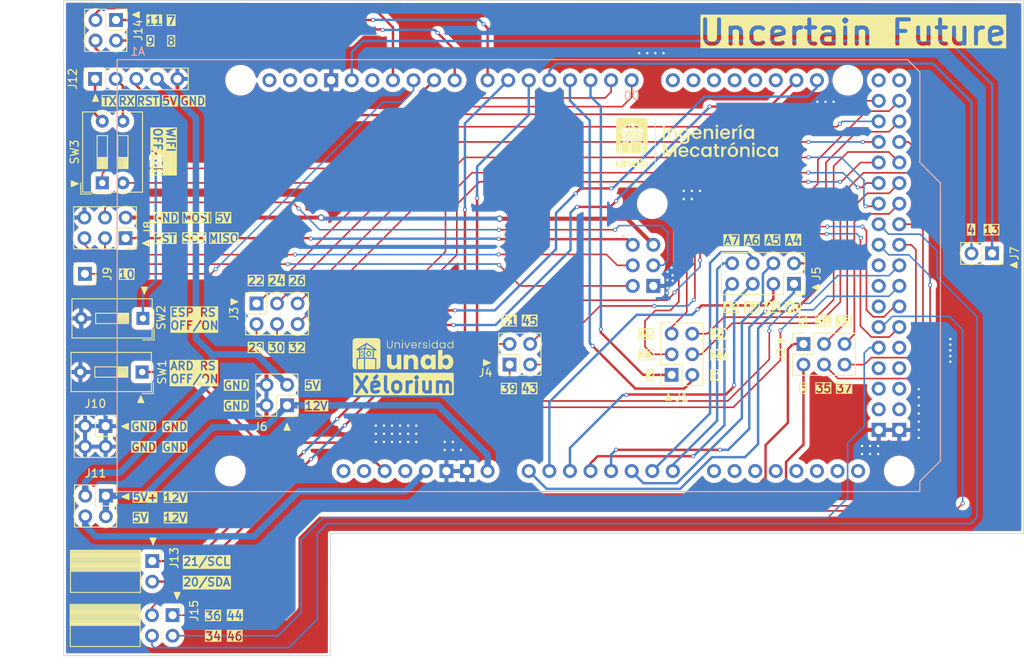
<source format=kicad_pcb>
(kicad_pcb (version 20221018) (generator pcbnew)
  (layers (0 "F.Cu" signal) (31 "B.Cu" signal) (34 "B.Paste" user) (35 "F.Paste" user) (36 "B.SilkS" user "B.Silkscreen") (37 "F.SilkS" user "F.Silkscreen") (38 "B.Mask" user) (39 "F.Mask" user) (44 "Edge.Cuts" user))
  (net 0 "")
  (net 2 "Net-(J11-Pin_4)")
  (net 3 "/5V2")
  (net 6 "/A0{slash}MEGA2560")
  (net 7 "/A1{slash}MEGA2560")
  (net 8 "/A2{slash}MEGA2560")
  (net 9 "/A3{slash}MEGA2560")
  (net 10 "/A4{slash}MEGA2560")
  (net 11 "/A5{slash}MEGA2560")
  (net 12 "/A6{slash}MEGA2560")
  (net 13 "/A7{slash}MEGA2560")
  (net 23 "/RX{slash}MEGA2560")
  (net 24 "/TX{slash}MEGA2560")
  (net 25 "/2{slash}MEGA2560")
  (net 26 "/3{slash}MEGA2560")
  (net 27 "/4{slash}MEGA2560")
  (net 28 "/5{slash}MEGA2560")
  (net 29 "/6{slash}MEGA2560")
  (net 30 "/10{slash}WIFI{slash}MEGA2560")
  (net 32 "/13{slash}MEGA2560")
  (net 37 "Net-(A1-D20{slash}SDA)")
  (net 38 "Net-(A1-D21{slash}SCL)")
  (net 39 "/22{slash}MEGA2560")
  (net 40 "/23{slash}MEGA2560")
  (net 41 "/24{slash}MEGA2560")
  (net 42 "/25{slash}MEGA2560")
  (net 43 "/26{slash}MEGA2560")
  (net 44 "/27{slash}MEGA2560")
  (net 45 "/28{slash}MEGA2560")
  (net 46 "/29{slash}MEGA2560")
  (net 47 "/30{slash}MEGA2560")
  (net 48 "/31{slash}MEGA2560")
  (net 49 "/32{slash}MEGA2560")
  (net 50 "/33{slash}MEGA2560")
  (net 51 "Net-(J15-Pin_4)")
  (net 52 "/35{slash}MEGA2560")
  (net 53 "Net-(J15-Pin_2)")
  (net 54 "/37{slash}MEGA2560")
  (net 55 "Net-(J15-Pin_1)")
  (net 56 "/39{slash}MEGA2560")
  (net 57 "Net-(J15-Pin_3)")
  (net 58 "/41{slash}MEGA2560")
  (net 60 "/43{slash}MEGA2560")
  (net 61 "/45{slash}MEGA2560")
  (net 65 "GND")
  (net 67 "/MISO")
  (net 68 "/MOSI")
  (net 69 "Net-(A1-RESET)")
  (net 70 "/RESET")
  (net 71 "/SCK")
  (net 74 "+12V")
  (net 75 "+5V")
  (net 76 "Net-(J12-Pin_1)")
  (net 77 "Net-(J12-Pin_2)")
  (net 78 "Net-(J12-Pin_3)")
  (net 79 "Net-(J14-Pin_1)")
  (net 80 "Net-(J14-Pin_3)")
  (net 81 "Net-(J14-Pin_4)")
  (net 82 "Net-(J14-Pin_2)")
  (footprint "Connector_PinSocket_2.54mm:PinSocket_2x02_P2.54mm_Vertical" (layer "F.Cu") (at 113.51 74.95 180)
    (fp_text reference "J4")
    (fp_text value "digitalOutputFromMega_Conn_02x02_Odd_Even")
  )
  (footprint "Connector_PinSocket_2.54mm:PinSocket_2x02_P2.54mm_Vertical" (layer "F.Cu") (at 63.69 91.15)
    (fp_text reference "J11")
    (fp_text value "Vout_Conn_02x02_Odd_Even")
  )
  (footprint "Connector_PinSocket_2.54mm:PinSocket_2x03_P2.54mm_Vertical" (layer "F.Cu") (at 133.51 76.225 180)
    (fp_text reference "J1")
    (fp_text value "MotorOutputFromMega_Conn_02x03_Odd_Even")
  )
  (footprint "PCM_arduino-library:Arduino_Mega2560_R3_Shield" (layer "F.Cu") (at 65.08 90.64)
    (fp_text reference "A1")
    (fp_text value "Arduino_Mega2560_R3_Shield")
  )
  (footprint "Connector_PinSocket_2.54mm:PinSocket_2x02_P2.54mm_Vertical" (layer "F.Cu") (at 63.66 82.55)
    (fp_text reference "J10")
    (fp_text value "gnd_Conn_02x02_Odd_Even")
  )
  (footprint "Connector_PinSocket_2.54mm:PinSocket_1x05_P2.54mm_Vertical" (layer "F.Cu") (at 62.365 39.675 90)
    (fp_text reference "J12")
    (fp_text value "WIFI_Conn_01x05")
  )
  (footprint "logoMecatronica_small:logoUNABmecatronica_200x62_mm" (layer "F.Cu") (at 136.620522 47.520522)
    (fp_text reference "G***" hide)
    (fp_text value "LOGO" hide)
  )
  (footprint "Connector_PinSocket_2.54mm:PinSocket_2x03_P2.54mm_Vertical" (layer "F.Cu") (at 66.125 59.34 -90)
    (fp_text reference "J8")
    (fp_text value "ICSP")
  )
  (footprint "Connector_PinSocket_2.54mm:PinSocket_2x03_P2.54mm_Vertical" (layer "F.Cu") (at 149.775 72.41 90)
    (fp_text reference "J2")
    (fp_text value "MotorOutputFromMega_Conn_02x03_Odd_Even")
  )
  (footprint "Connector_PinSocket_2.54mm:PinSocket_2x02_P2.54mm_Horizontal" (layer "F.Cu") (at 71.925 105.9)
    (fp_text reference "J15")
    (fp_text value "digital_Conn_02x02_Odd_Even")
  )
  (footprint "Connector_PinSocket_2.54mm:PinSocket_2x02_P2.54mm_Vertical" (layer "F.Cu") (at 64.95 32.4)
    (fp_text reference "J14")
    (fp_text value "pwmOutput_Conn_02x02_Odd_Even")
  )
  (footprint "logoMecatronica_small:logoUNAB_161x50_mm" (layer "F.Cu") (at 100.44 73.62)
    (fp_text reference "G***" hide)
    (fp_text value "LOGO" hide)
  )
  (footprint "Connector_PinSocket_2.54mm:PinSocket_1x02_P2.54mm_Vertical" (layer "F.Cu") (at 173.05 61.225 -90)
    (fp_text reference "J7")
    (fp_text value "analogInputFromMega_Conn_01x02")
  )
  (footprint "Button_Switch_THT:SW_DIP_SPSTx02_Slide_9.78x7.26mm_W7.62mm_P2.54mm" (layer "F.Cu") (at 63.25 52.5175 90)
    (fp_text reference "SW3")
    (fp_text value "WIFI_SW_DIP_x02")
  )
  (footprint "Connector_PinSocket_2.54mm:PinSocket_2x02_P2.54mm_Vertical" (layer "F.Cu") (at 86.05 79.99 -90)
    (fp_text reference "J6")
    (fp_text value "voltageSourceInput_Conn_02x02_Odd_Even")
  )
  (footprint "Connector_PinSocket_2.54mm:PinSocket_2x04_P2.54mm_Vertical" (layer "F.Cu") (at 148.6 64.99 -90)
    (fp_text reference "J5")
    (fp_text value "analogInputToMega_Conn_02x04_Odd_Even")
  )
  (footprint "Connector_PinSocket_2.54mm:PinSocket_2x03_P2.54mm_Vertical" (layer "F.Cu") (at 82.275 67.41 90)
    (fp_text reference "J3")
    (fp_text value "digitalInputToMega_Conn_02x03_Odd_Even")
  )
  (footprint "Button_Switch_THT:SW_DIP_SPSTx01_Slide_9.78x4.72mm_W7.62mm_P2.54mm" (layer "F.Cu") (at 68.2675 69.25 180)
    (fp_text reference "SW2")
    (fp_text value "resetWIFI_SW_DIP_x01")
  )
  (footprint "Connector_PinSocket_2.54mm:PinSocket_1x02_P2.54mm_Horizontal" (layer "F.Cu") (at 69.4162 99.216134)
    (fp_text reference "J13")
    (fp_text value "I2C_Conn_01x02")
  )
  (footprint "Connector_PinSocket_2.54mm:PinSocket_1x01_P2.54mm_Vertical" (layer "F.Cu") (at 61.1 63.75 -90)
    (fp_text reference "J9")
    (fp_text value "Conn_01x01")
  )
  (footprint "Button_Switch_THT:SW_DIP_SPSTx01_Slide_9.78x4.72mm_W7.62mm_P2.54mm" (layer "F.Cu") (at 68.1657 75.874 180)
    (fp_text reference "SW1")
    (fp_text value "arduinoRESET_SW_DIP_x01")
  )
  (gr_poly (pts (xy 68.21 59.97) (xy 69.01 60.32) (xy 69.01 59.62)) (stroke (width 0.15)) (fill solid) (layer "F.SilkS"))
  (gr_poly (pts (xy 72.48 103.9) (xy 72.83 103.1) (xy 72.13 103.1)) (stroke (width 0.15)) (fill solid) (layer "F.SilkS"))
  (gr_poly (pts (xy 150.89 65.42) (xy 151.69 65.77) (xy 151.69 65.07)) (stroke (width 0.15)) (fill solid) (layer "F.SilkS"))
  (gr_poly (pts (xy 68 78.83) (xy 67.65 79.63) (xy 68.35 79.63)) (stroke (width 0.15)) (fill solid) (layer "F.SilkS"))
  (gr_poly (pts (xy 86.04 82.25) (xy 85.69 83.05) (xy 86.39 83.05)) (stroke (width 0.15)) (fill solid) (layer "F.SilkS"))
  (gr_poly (pts (xy 175.32 62.66) (xy 176.12 63.01) (xy 176.12 62.31)) (stroke (width 0.15)) (fill solid) (layer "F.SilkS"))
  (gr_poly (pts (xy 111.1 74.73) (xy 110.3 74.38) (xy 110.3 75.08)) (stroke (width 0.15)) (fill solid) (layer "F.SilkS"))
  (gr_poly (pts (xy 147.47 72.02) (xy 146.67 71.67) (xy 146.67 72.37)) (stroke (width 0.15)) (fill solid) (layer "F.SilkS"))
  (gr_poly (pts (xy 133.1 78.54) (xy 132.75 79.34) (xy 133.45 79.34)) (stroke (width 0.15)) (fill solid) (layer "F.SilkS"))
  (gr_poly (pts (xy 69.51 97.18) (xy 69.86 96.38) (xy 69.16 96.38)) (stroke (width 0.15)) (fill solid) (layer "F.SilkS"))
  (gr_poly (pts (xy 65.72 91.27) (xy 66.52 91.62) (xy 66.52 90.92)) (stroke (width 0.15)) (fill solid) (layer "F.SilkS"))
  (gr_poly (pts (xy 60.24 52.62) (xy 59.44 52.27) (xy 59.44 52.97)) (stroke (width 0.15)) (fill solid) (layer "F.SilkS"))
  (gr_poly (pts (xy 68.44 66.2) (xy 68.79 65.4) (xy 68.09 65.4)) (stroke (width 0.15)) (fill solid) (layer "F.SilkS"))
  (gr_poly (pts (xy 65.66 82.59) (xy 66.46 82.94) (xy 66.46 82.24)) (stroke (width 0.15)) (fill solid) (layer "F.SilkS"))
  (gr_poly (pts (xy 79.94 67.2) (xy 79.14 66.85) (xy 79.14 67.55)) (stroke (width 0.15)) (fill solid) (layer "F.SilkS"))
  (gr_poly (pts (xy 67 31.75) (xy 67.8 32.1) (xy 67.8 31.4)) (stroke (width 0.15)) (fill solid) (layer "F.SilkS"))
  (gr_poly (pts (xy 62.41 41.63) (xy 62.06 42.43) (xy 62.76 42.43)) (stroke (width 0.15)) (fill solid) (layer "F.SilkS"))
  (gr_line locked (start 176.95 95.8) (end 91.4 95.8) (stroke (width 0.1)) (layer "Edge.Cuts"))
  (gr_line locked (start 176.95 30.03) (end 58.47 29.98) (stroke (width 0.1)) (layer "Edge.Cuts"))
  (gr_line locked (start 58.4708 36.9824) (end 58.47 32.98) (stroke (width 0.1)) (layer "Edge.Cuts"))
  (gr_line locked (start 58.47 32.98) (end 58.47 29.98) (stroke (width 0.1)) (layer "Edge.Cuts"))
  (gr_line locked (start 176.95 37.025) (end 176.95 33.025) (stroke (width 0.1)) (layer "Edge.Cuts"))
  (gr_line locked (start 176.95 33.025) (end 176.95 30.03) (stroke (width 0.1)) (layer "Edge.Cuts"))
  (gr_line locked (start 58.4708 110.8964) (end 58.4708 36.9824) (stroke (width 0.1)) (layer "Edge.Cuts"))
  (gr_line locked (start 91.3892 110.8964) (end 91.4 95.8) (stroke (width 0.1)) (layer "Edge.Cuts"))
  (gr_line locked (start 176.95 95.8) (end 176.95 37.025) (stroke (width 0.1)) (layer "Edge.Cuts"))
  (gr_line locked (start 58.4708 110.8964) (end 91.3892 110.8964) (stroke (width 0.1)) (layer "Edge.Cuts"))
  (gr_text "A3" (at 139.875238 68.48) (layer "F.SilkS" knockout) (effects (font (size 1 1) (thickness 0.2) bold) (justify left bottom)))
  (gr_text "5V+" (at 66.89 91.94) (layer "F.SilkS" knockout) (effects (font (size 1 1) (thickness 0.2) bold) (justify left bottom)))
  (gr_text "GND" (at 66.71 83.21) (layer "F.SilkS" knockout) (effects (font (size 1 1) (thickness 0.2) bold) (justify left bottom)))
  (gr_text "45" (at 114.897619 70.17) (layer "F.SilkS" knockout) (effects (font (size 1 1) (thickness 0.2) bold) (justify left bottom)))
  (gr_text "A0" (at 147.495238 68.48) (layer "F.SilkS" knockout) (effects (font (size 1 1) (thickness 0.2) bold) (justify left bottom)))
  (gr_text "21/SCL" (at 73.12 99.87) (layer "F.SilkS" knockout) (effects (font (size 1 1) (thickness 0.2) bold) (justify left bottom)))
  (gr_text "MOSI" (at 72.97 57.44) (layer "F.SilkS" knockout) (effects (font (size 1 1) (thickness 0.2) bold) (justify left bottom)))
  (gr_text "36" (at 75.85 106.564) (layer "F.SilkS" knockout) (effects (font (size 1 1) (thickness 0.2) bold) (justify left bottom)))
  (gr_text "25" (at 129.32 71.809) (layer "F.SilkS" knockout) (effects (font (size 1 1) (thickness 0.2) bold) (justify left bottom)))
  (gr_text "A1" (at 144.955238 68.48) (layer "F.SilkS" knockout) (effects (font (size 1 1) (thickness 0.2) bold) (justify left bottom)))
  (gr_text "ARD RS\nOFF/ON" (at 71.54 77.32) (layer "F.SilkS" knockout) (effects (font (size 1 1) (thickness 0.2) bold) (justify left bottom)))
  (gr_text "12V" (at 88.13 80.654) (layer "F.SilkS" knockout) (effects (font (size 1 1) (thickness 0.2) bold) (justify left bottom)))
  (gr_text "GND" (at 72.77 43.01) (layer "F.SilkS" knockout) (effects (font (size 1 1) (thickness 0.2) bold) (justify left bottom)))
  (gr_text "ESP RS\nOFF/ON" (at 71.54 70.719) (layer "F.SilkS" knockout) (effects (font (size 1 1) (thickness 0.2) bold) (justify left bottom)))
  (gr_text "39" (at 112.357619 78.54) (layer "F.SilkS" knockout) (effects (font (size 1 1) (thickness 0.2) bold) (justify left bottom)))
  (gr_text "A2" (at 142.415238 68.48) (layer "F.SilkS" knockout) (effects (font (size 1 1) (thickness 0.2) bold) (justify left bottom)))
  (gr_text "5V" (at 70.52 43.01) (layer "F.SilkS" knockout) (effects (font (size 1 1) (thickness 0.2) bold) (justify left bottom)))
  (gr_text "12V" (at 70.73 94.48) (layer "F.SilkS" knockout) (effects (font (size 1 1) (thickness 0.2) bold) (justify left bottom)))
  (gr_text "WIFI\nOFF/ON" (at 69.5 45.597619 270) (layer "F.SilkS" knockout) (effects (font (size 1 1) (thickness 0.2) bold) (justify left bottom)))
  (gr_text "A6" (at 142.415238 60.19) (layer "F.SilkS" knockout) (effects (font (size 1 1) (thickness 0.2) bold) (justify left bottom)))
  (gr_text "29" (at 138.21 71.809) (layer "F.SilkS" knockout) (effects (font (size 1 1) (thickness 0.2) bold) (justify left bottom)))
  (gr_text "41" (at 112.357619 70.17) (layer "F.SilkS" knockout) (effects (font (size 1 1) (thickness 0.2) bold) (justify left bottom)))
  (gr_text "37" (at 153.702619 78.48) (layer "F.SilkS" knockout) (effects (font (size 1 1) (thickness 0.2) bold) (justify left bottom)))
  (gr_text "GND" (at 66.71 85.75) (layer "F.SilkS" knockout) (effects (font (size 1 1) (thickness 0.2) bold) (justify left bottom)))
  (gr_text "MISO" (at 76.3 59.96) (layer "F.SilkS" knockout) (effects (font (size 1 1) (thickness 0.2) bold) (justify left bottom)))
  (gr_text "8" (at 71.14 35.6) (layer "F.SilkS" knockout) (effects (font (size 1 1) (thickness 0.2) bold) (justify left bottom)))
  (gr_text "10" (at 65.18 64.414) (layer "F.SilkS" knockout) (effects (font (size 1 1) (thickness 0.2) bold) (justify left bottom)))
  (gr_text "5V" (at 66.89 94.48) (layer "F.SilkS" knockout) (effects (font (size 1 1) (thickness 0.2) bold) (justify left bottom)))
  (gr_text "TX" (at 63.15 43.01) (layer "F.SilkS" knockout) (effects (font (size 1 1) (thickness 0.2) bold) (justify left bottom)))
  (gr_text "GND" (at 69.473334 57.44) (layer "F.SilkS" knockout) (effects (font (size 1 1) (thickness 0.2) bold) (justify left bottom)))
  (gr_text "5" (at 149.09881 70.18) (layer "F.SilkS" knockout) (effects (font (size 1 1) (thickness 0.2) bold) (justify left bottom)))
  (gr_text "32" (at 86.2 73.47) (layer "F.SilkS" knockout) (effects (font (size 1 1) (thickness 0.2) bold) (justify left bottom)))
  (gr_text "A4" (at 147.495238 60.19) (layer "F.SilkS" knockout) (effects (font (size 1 1) (thickness 0.2) bold) (justify left bottom)))
  (gr_text "44" (at 78.51 106.55) (layer "F.SilkS" knockout) (effects (font (size 1 1) (thickness 0.2) bold) (justify left bottom)))
  (gr_text "A7" (at 139.875238 60.19) (layer "F.SilkS" knockout) (effects (font (size 1 1) (thickness 0.2) bold) (justify left bottom)))
  (gr_text "GND" (at 70.55 83.226) (layer "F.SilkS" knockout) (effects (font (size 1 1) (thickness 0.2) bold) (justify left bottom)))
  (gr_text "7" (at 71.14 33.06) (layer "F.SilkS" knockout) (effects (font (size 1 1) (thickness 0.2) bold) (justify left bottom)))
  (gr_text "GND" (at 70.55 85.75) (layer "F.SilkS" knockout) (effects (font (size 1 1) (thickness 0.2) bold) (justify left bottom)))
  (gr_text "31" (at 151.162619 70.18) (layer "F.SilkS" knockout) (effects (font (size 1 1) (thickness 0.2) bold) (justify left bottom)))
  (gr_text "A5" (at 144.955238 60.19) (layer "F.SilkS" knockout) (effects (font (size 1 1) (thickness 0.2) bold) (justify left bottom)))
  (gr_text "5V" (at 88.13 78.114) (layer "F.SilkS" knockout) (effects (font (size 1 1) (thickness 0.2) bold) (justify left bottom)))
  (gr_text "Uncertain Future" (at 136.6 35.71) (layer "F.SilkS" knockout) (effects (font (size 3 3) (thickness 0.5) bold) (justify left bottom)))
  (gr_text "12V" (at 70.73 91.956) (layer "F.SilkS" knockout) (effects (font (size 1 1) (thickness 0.2) bold) (justify left bottom)))
  (gr_text "46" (at 78.51 109.104) (layer "F.SilkS" knockout) (effects (font (size 1 1) (thickness 0.2) bold) (justify left bottom)))
  (gr_text "GND" (at 78.13 80.654) (layer "F.SilkS" knockout) (effects (font (size 1 1) (thickness 0.2) bold) (justify left bottom)))
  (gr_text "34" (at 75.85 109.104) (layer "F.SilkS" knockout) (effects (font (size 1 1) (thickness 0.2) bold) (justify left bottom)))
  (gr_text "20/SDA" (at 73.12 102.41) (layer "F.SilkS" knockout) (effects (font (size 1 1) (thickness 0.2) bold) (justify left bottom)))
  (gr_text "28" (at 81.12 73.47) (layer "F.SilkS" knockout) (effects (font (size 1 1) (thickness 0.2) bold) (justify left bottom)))
  (gr_text "27" (at 138.21 74.349) (layer "F.SilkS" knockout) (effects (font (size 1 1) (thickness 0.2) bold) (justify left bottom)))
  (gr_text "13" (at 171.897619 58.93) (layer "F.SilkS" knockout) (effects (font (size 1 1) (thickness 0.2) bold) (justify left bottom)))
  (gr_text "22" (at 81.12 65.2) (layer "F.SilkS" knockout) (effects (font (size 1 1) (thickness 0.2) bold) (justify left bottom)))
  (gr_text "GND" (at 78.13 78.114) (layer "F.SilkS" knockout) (effects (font (size 1 1) (thickness 0.2) bold) (justify left bottom)))
  (gr_text "5V" (at 77.11 57.44) (layer "F.SilkS" knockout) (effects (font (size 1 1) (thickness 0.2) bold) (justify left bottom)))
  (gr_text "9" (at 68.58 35.6) (layer "F.SilkS" knockout) (effects (font (size 1 1) (thickness 0.2) bold) (justify left bottom)))
  (gr_text "33" (at 153.702619 70.18) (layer "F.SilkS" knockout) (effects (font (size 1 1) (thickness 0.2) bold) (justify left bottom)))
  (gr_text "6" (at 149.09881 78.48) (layer "F.SilkS" knockout) (effects (font (size 1 1) (thickness 0.2) bold) (justify left bottom)))
  (gr_text "Xélorium\n" (at 94.11 78.58) (layer "F.SilkS" knockout) (effects (font (size 1.87 1.87) (thickness 0.4) bold) (justify left bottom)))
  (gr_text "4" (at 169.83381 58.93) (layer "F.SilkS" knockout) (effects (font (size 1 1) (thickness 0.2) bold) (justify left bottom)))
  (gr_text "2" (at 130.272381 76.889) (layer "F.SilkS" knockout) (effects (font (size 1 1) (thickness 0.2) bold) (justify left bottom)))
  (gr_text "43" (at 114.897619 78.54) (layer "F.SilkS" knockout) (effects (font (size 1 1) (thickness 0.2) bold) (justify left bottom)))
  (gr_text "RST" (at 69.473334 59.98) (layer "F.SilkS" knockout) (effects (font (size 1 1) (thickness 0.2) bold) (justify left bottom)))
  (gr_text "11" (at 68.58 33.06) (layer "F.SilkS" knockout) (effects (font (size 1 1) (thickness 0.2) bold) (justify left bottom)))
  (gr_text "SCK" (at 72.99381 59.96) (layer "F.SilkS" knockout) (effects (font (size 1 1) (thickness 0.2) bold) (justify left bottom)))
  (gr_text "3" (at 138.21 76.889) (layer "F.SilkS" knockout) (effects (font (size 1 1) (thickness 0.2) bold) (justify left bottom)))
  (gr_text "30" (at 83.66 73.47) (layer "F.SilkS" knockout) (effects (font (size 1 1) (thickness 0.2) bold) (justify left bottom)))
  (gr_text "23" (at 129.32 74.349) (layer "F.SilkS" knockout) (effects (font (size 1 1) (thickness 0.2) bold) (justify left bottom)))
  (gr_text "26" (at 86.2 65.2) (layer "F.SilkS" knockout) (effects (font (size 1 1) (thickness 0.2) bold) (justify left bottom)))
  (gr_text "35" (at 151.162619 78.48) (layer "F.SilkS" knockout) (effects (font (size 1 1) (thickness 0.2) bold) (justify left bottom)))
  (gr_text "RX" (at 65.14 43.01) (layer "F.SilkS" knockout) (effects (font (size 1 1) (thickness 0.2) bold) (justify left bottom)))
  (gr_text "24" (at 83.66 65.2) (layer "F.SilkS" knockout) (effects (font (size 1 1) (thickness 0.2) bold) (justify left bottom)))
  (gr_text "RST" (at 67.39 43.01) (layer "F.SilkS" knockout) (effects (font (size 1 1) (thickness 0.2) bold) (justify left bottom)))
  (segment (start 61.15 94.85) (end 61.15 93.69) (width 0.8) (layer "B.Cu") (net 2))
  (segment (start 100.68 90.6) (end 87.5 90.6) (width 0.8) (layer "B.Cu") (net 2))
  (segment (start 81.93 96.17) (end 62.47 96.17) (width 0.8) (layer "B.Cu") (net 2))
  (segment (start 87.5 90.6) (end 81.93 96.17) (width 0.8) (layer "B.Cu") (net 2))
  (segment (start 62.47 96.17) (end 61.15 94.85) (width 0.8) (layer "B.Cu") (net 2))
  (segment (start 103.18 88.1) (end 100.68 90.6) (width 0.8) (layer "B.Cu") (net 2))
  (segment (start 131.24 60.16) (end 131.247 60.16) (width 0.5) (layer "F.Cu") (net 3))
  (segment (start 128.02 56.94) (end 131.24 60.16) (width 0.5) (layer "F.Cu") (net 3))
  (segment (start 90.25 56.8) (end 90.26 56.81) (width 0.5) (layer "F.Cu") (net 3))
  (segment (start 112.28 56.94) (end 128.02 56.94) (width 0.5) (layer "F.Cu") (net 3))
  (segment (start 66.125 56.8) (end 90.25 56.8) (width 0.5) (layer "F.Cu") (net 3))
  (via (at 112.28 56.94) (size 0.8) (drill 0.5) (layers "F.Cu" "B.Cu") (net 3))
  (via (at 90.26 56.81) (size 0.8) (drill 0.5) (layers "F.Cu" "B.Cu") (net 3))
  (segment (start 112.26 56.92) (end 90.37 56.92) (width 0.5) (layer "B.Cu") (net 3))
  (segment (start 112.28 56.94) (end 112.26 56.92) (width 0.5) (layer "B.Cu") (net 3))
  (segment (start 90.37 56.92) (end 90.26 56.81) (width 0.5) (layer "B.Cu") (net 3))
  (segment (start 138.485 86.39) (end 134.575 90.3) (width 0.3) (layer "B.Cu") (net 6))
  (segment (start 148.6 66.06) (end 144.18 70.48) (width 0.3) (layer "B.Cu") (net 6))
  (segment (start 142.56 86.39) (end 138.485 86.39) (width 0.3) (layer "B.Cu") (net 6))
  (segment (start 148.6 64.99) (end 148.6 66.06) (width 0.3) (layer "B.Cu") (net 6))
  (segment (start 118.08 90.3) (end 115.88 88.1) (width 0.3) (layer "B.Cu") (net 6))
  (segment (start 144.18 84.77) (end 142.56 86.39) (width 0.3) (layer "B.Cu") (net 6))
  (segment (start 134.575 90.3) (end 118.08 90.3) (width 0.3) (layer "B.Cu") (net 6))
  (segment (start 144.18 70.48) (end 144.18 84.77) (width 0.3) (layer "B.Cu") (net 6))
  (segment (start 145.24 67.65) (end 146.06 66.83) (width 0.3) (layer "F.Cu") (net 7))
  (segment (start 136.71 68.14) (end 137.2 67.65) (width 0.3) (layer "F.Cu") (net 7))
  (segment (start 146.06 66.83) (end 146.06 64.99) (width 0.3) (layer "F.Cu") (net 7))
  (segment (start 137.2 67.65) (end 145.24 67.65) (width 0.3) (layer "F.Cu") (net 7))
  (via (at 136.71 68.14) (size 0.5) (drill 0.3) (layers "F.Cu" "B.Cu") (net 7))
  (segment (start 136.71 68.14) (end 136.04 68.81) (width 0.3) (layer "B.Cu") (net 7))
  (segment (start 129.19 68.81) (end 118.42 79.58) (width 0.3) (layer "B.Cu") (net 7))
  (segment (start 136.04 68.81) (end 129.19 68.81) (width 0.3) (layer "B.Cu") (net 7))
  (segment (start 118.42 79.58) (end 118.42 88.1) (width 0.3) (layer "B.Cu") (net 7))
  (segment (start 141.22 77.49) (end 141.22 77.63) (width 0.3) (layer "F.Cu") (net 8))
  (segment (start 141.22 77.63) (end 140.28 78.57) (width 0.3) (layer "F.Cu") (net 8))
  (segment (start 140.28 78.57) (end 140.2 78.65) (width 0.3) (layer "F.Cu") (net 8))
  (segment (start 140.2 78.65) (end 128.96 78.65) (width 0.3) (layer "F.Cu") (net 8))
  (segment (start 128.96 78.65) (end 127.97 78.65) (width 0.3) (layer "F.Cu") (net 8))
  (segment (start 127.97 78.65) (end 127.92 78.7) (width 0.3) (layer "F.Cu") (net 8))
  (via (at 141.22 77.49) (size 0.5) (drill 0.3) (layers "F.Cu" "B.Cu") (net 8))
  (via (at 127.92 78.7) (size 0.5) (drill 0.3) (layers "F.Cu" "B.Cu") (net 8))
  (segment (start 127.51 78.7) (end 120.96 85.25) (width 0.3) (layer "B.Cu") (net 8))
  (segment (start 143.52 64.99) (end 141.22 67.29) (width 0.3) (layer "B.Cu") (net 8))
  (segment (start 127.92 78.7) (end 127.51 78.7) (width 0.3) (layer "B.Cu") (net 8))
  (segment (start 141.22 67.29) (end 141.22 77.49) (width 0.3) (layer "B.Cu") (net 8))
  (segment (start 120.96 85.25) (end 120.96 88.1) (width 0.3) (layer "B.Cu") (net 8))
  (segment (start 136.15 86.275) (end 124.375 86.275) (width 0.3) (layer "F.Cu") (net 9))
  (segment (start 123.5 87.15) (end 123.5 88.1) (width 0.3) (layer "F.Cu") (net 9))
  (segment (start 124.375 86.275) (end 123.5 87.15) (width 0.3) (layer "F.Cu") (net 9))
  (via (at 136.15 86.275) (size 0.5) (drill 0.3) (layers "F.Cu" "B.Cu") (net 9))
  (segment (start 136.15 86.275) (end 136.2 86.275) (width 0.3) (layer "B.Cu") (net 9))
  (segment (start 136.2 86.275) (end 140.025 82.45) (width 0.3) (layer "B.Cu") (net 9))
  (segment (start 140.025 82.45) (end 140.025 65.945) (width 0.3) (layer "B.Cu") (net 9))
  (segment (start 140.025 65.945) (end 140.98 64.99) (width 0.3) (layer "B.Cu") (net 9))
  (segment (start 139.48 85.48) (end 126.64 85.48) (width 0.3) (layer "F.Cu") (net 10))
  (segment (start 150.56 62.45) (end 148.6 62.45) (width 0.3) (layer "F.Cu") (net 10))
  (segment (start 148.6 68.39) (end 151.46 65.53) (width 0.3) (layer "F.Cu") (net 10))
  (segment (start 151.46 63.35) (end 150.56 62.45) (width 0.3) (layer "F.Cu") (net 10))
  (segment (start 145.04 68.39) (end 148.6 68.39) (width 0.3) (layer "F.Cu") (net 10))
  (segment (start 151.46 65.53) (end 151.46 63.35) (width 0.3) (layer "F.Cu") (net 10))
  (via (at 126.64 85.48) (size 0.5) (drill 0.3) (layers "F.Cu" "B.Cu") (net 10))
  (via (at 145.04 68.39) (size 0.5) (drill 0.3) (layers "F.Cu" "B.Cu") (net 10))
  (via (at 139.48 85.48) (size 0.5) (drill 0.3) (layers "F.Cu" "B.Cu") (net 10))
  (segment (start 139.48 85.48) (end 140.49 85.48) (width 0.3) (layer "B.Cu") (net 10))
  (segment (start 143.09 70.34) (end 145.04 68.39) (width 0.3) (layer "B.Cu") (net 10))
  (segment (start 126.04 88.1) (end 126.04 86.08) (width 0.3) (layer "B.Cu") (net 10))
  (segment (start 143.09 82.88) (end 143.09 70.34) (width 0.3) (layer "B.Cu") (net 10))
  (segment (start 140.49 85.48) (end 143.09 82.88) (width 0.3) (layer "B.Cu") (net 10))
  (segment (start 126.04 86.08) (end 126.64 85.48) (width 0.3) (layer "B.Cu") (net 10))
  (segment (start 134.15 89.6) (end 130.03 89.6) (width 0.3) (layer "B.Cu") (net 11))
  (segment (start 144.77 67.11) (end 142.175 69.705) (width 0.3) (layer "B.Cu") (net 11))
  (segment (start 142.175 69.705) (end 142.175 81.575) (width 0.3) (layer "B.Cu") (net 11))
  (segment (start 144.77 63.74) (end 144.77 67.11) (width 0.3) (layer "B.Cu") (net 11))
  (segment (start 128.58 88.15) (end 128.58 88.1) (width 0.3) (layer "B.Cu") (net 11))
  (segment (start 146.06 62.45) (end 144.77 63.74) (width 0.3) (layer "B.Cu") (net 11))
  (segment (start 130.03 89.6) (end 128.58 88.15) (width 0.3) (layer "B.Cu") (net 11))
  (segment (start 142.175 81.575) (end 134.15 89.6) (width 0.3) (layer "B.Cu") (net 11))
  (segment (start 142.84 61.08) (end 139.57 61.08) (width 0.3) (layer "B.Cu") (net 12))
  (segment (start 143.52 62.45) (end 143.52 61.76) (width 0.3) (layer "B.Cu") (net 12))
  (segment (start 143.52 61.76) (end 142.84 61.08) (width 0.3) (layer "B.Cu") (net 12))
  (segment (start 138.25 80.97) (end 131.12 88.1) (width 0.3) (layer "B.Cu") (net 12))
  (segment (start 138.25 62.4) (end 138.25 80.97) (width 0.3) (layer "B.Cu") (net 12))
  (segment (start 139.57 61.08) (end 138.25 62.4) (width 0.3) (layer "B.Cu") (net 12))
  (segment (start 140.98 62.45) (end 139.87 62.45) (width 0.3) (layer "B.Cu") (net 13))
  (segment (start 139.125 63.195) (end 139.125 81.875) (width 0.3) (layer "B.Cu") (net 13))
  (segment (start 139.87 62.45) (end 139.125 63.195) (width 0.3) (layer "B.Cu") (net 13))
  (segment (start 133.66 87.34) (end 133.66 88.1) (width 0.3) (layer "B.Cu") (net 13))
  (segment (start 139.125 81.875) (end 133.66 87.34) (width 0.3) (layer "B.Cu") (net 13))
  (segment (start 128.58 41.92) (end 127.4 43.1) (width 0.2) (layer "F.Cu") (net 23))
  (segment (start 95.2575 52.5175) (end 65.79 52.5175) (width 0.2) (layer "F.Cu") (net 23))
  (segment (start 128.58 39.84) (end 128.58 41.92) (width 0.2) (layer "F.Cu") (net 23))
  (segment (start 104.675 43.1) (end 95.2575 52.5175) (width 0.2) (layer "F.Cu") (net 23))
  (segment (start 127.4 43.1) (end 104.675 43.1) (width 0.2) (layer "F.Cu") (net 23))
  (segment (start 63.25 51.35) (end 63.25 52.5175) (width 0.2) (layer "F.Cu") (net 24))
  (segment (start 95.225 50.725) (end 63.875 50.725) (width 0.2) (layer "F.Cu") (net 24))
  (segment (start 126.04 39.84) (end 126.04 41.285) (width 0.2) (layer "F.Cu") (net 24))
  (segment (start 103.925 42.025) (end 95.225 50.725) (width 0.2) (layer "F.Cu") (net 24))
  (segment (start 126.04 41.285) (end 125.3 42.025) (width 0.2) (layer "F.Cu") (net 24))
  (segment (start 63.875 50.725) (end 63.25 51.35) (width 0.2) (layer "F.Cu") (net 24))
  (segment (start 125.3 42.025) (end 103.925 42.025) (width 0.2) (layer "F.Cu") (net 24))
  (segment (start 130 76.225) (end 133.51 76.225) (width 0.3) (layer "F.Cu") (net 25))
  (segment (start 124.775 70.6) (end 124.775 71) (width 0.3) (layer "F.Cu") (net 25))
  (segment (start 124.775 71) (end 130 76.225) (width 0.3) (layer "F.Cu") (net 25))
  (via (at 124.775 70.6) (size 0.5) (drill 0.3) (layers "F.Cu" "B.Cu") (net 25))
  (segment (start 124.775 43.1) (end 123.5 41.825) (width 0.3) (layer "B.Cu") (net 25))
  (segment (start 124.775 70.6) (end 124.775 43.1) (width 0.3) (layer "B.Cu") (net 25))
  (segment (start 123.5 41.825) (end 123.5 39.84) (width 0.3) (layer "B.Cu") (net 25))
  (segment (start 123.75 72.65) (end 129.025 77.925) (width 0.3) (layer "F.Cu") (net 26))
  (segment (start 136.05 76.925) (end 136.05 76.225) (width 0.3) (layer "F.Cu") (net 26))
  (segment (start 135.05 77.925) (end 136.05 76.925) (width 0.3) (layer "F.Cu") (net 26))
  (segment (start 129.025 77.925) (end 135.05 77.925) (width 0.3) (layer "F.Cu") (net 26))
  (via (at 123.75 72.65) (size 0.5) (drill 0.3) (layers "F.Cu" "B.Cu") (net 26))
  (segment (start 123.4 72.3) (end 123.75 72.65) (width 0.3) (layer "B.Cu") (net 26))
  (segment (start 120.96 39.84) (end 120.96 42.36) (width 0.3) (layer "B.Cu") (net 26))
  (segment (start 120.96 42.36) (end 123.4 44.8) (width 0.3) (layer "B.Cu") (net 26))
  (segment (start 123.4 44.8) (end 123.4 72.3) (width 0.3) (layer "B.Cu") (net 26))
  (segment (start 118.42 39.84) (end 118.42 38.655) (width 0.3) (layer "B.Cu") (net 27))
  (segment (start 170.51 42.535) (end 170.51 61.225) (width 0.3) (layer "B.Cu") (net 27))
  (segment (start 118.42 38.655) (end 119.285 37.79) (width 0.3) (layer "B.Cu") (net 27))
  (segment (start 119.285 37.79) (end 165.765 37.79) (width 0.3) (layer "B.Cu") (net 27))
  (segment (start 165.765 37.79) (end 170.51 42.535) (width 0.3) (layer "B.Cu") (net 27))
  (segment (start 143 91) (end 145.1 88.9) (width 0.3) (layer "F.Cu") (net 28))
  (segment (start 147.85 73.05) (end 148.49 72.41) (width 0.3) (layer "F.Cu") (net 28))
  (segment (start 113.8 89.5) (end 115.3 91) (width 0.3) (layer "F.Cu") (net 28))
  (segment (start 148.49 72.41) (end 149.775 72.41) (width 0.3) (layer "F.Cu") (net 28))
  (segment (start 145.1 84.9) (end 147.85 82.15) (width 0.3) (layer "F.Cu") (net 28))
  (segment (start 113.8 83.3) (end 113.8 89.5) (width 0.3) (layer "F.Cu") (net 28))
  (segment (start 115.3 91) (end 143 91) (width 0.3) (layer "F.Cu") (net 28))
  (segment (start 109.5 79) (end 113.8 83.3) (width 0.3) (layer "F.Cu") (net 28))
  (segment (start 147.85 82.15) (end 147.85 73.05) (width 0.3) (layer "F.Cu") (net 28))
  (segment (start 145.1 88.9) (end 145.1 84.9) (width 0.3) (layer "F.Cu") (net 28))
  (segment (start 109.5 54.41) (end 109.5 79) (width 0.3) (layer "F.Cu") (net 28))
  (via (at 109.5 54.41) (size 0.5) (drill 0.3) (layers "F.Cu" "B.Cu") (net 28))
  (segment (start 109.5 50.5) (end 115.88 44.12) (width 0.3) (layer "B.Cu") (net 28))
  (segment (start 115.88 44.12) (end 115.88 39.84) (width 0.3) (layer "B.Cu") (net 28))
  (segment (start 109.5 54.41) (end 109.5 50.5) (width 0.3) (layer "B.Cu") (net 28))
  (segment (start 149.775 84.825) (end 149.775 74.95) (width 0.3) (layer "F.Cu") (net 29))
  (segment (start 113.9 91.7) (end 146.7 91.7) (width 0.3) (layer "F.Cu") (net 29))
  (segment (start 108 55.83) (end 108 79.7) (width 0.3) (layer "F.Cu") (net 29))
  (segment (start 146.7 91.7) (end 147.63 90.77) (width 0.3) (layer "F.Cu") (net 29))
  (segment (start 108 79.7) (end 112.6 84.3) (width 0.3) (layer "F.Cu") (net 29))
  (segment (start 112.6 90.4) (end 113.9 91.7) (width 0.3) (layer "F.Cu") (net 29))
  (segment (start 147.63 86.97) (end 149.775 84.825) (width 0.3) (layer "F.Cu") (net 29))
  (segment (start 147.63 90.77) (end 147.63 86.97) (width 0.3) (layer "F.Cu") (net 29))
  (segment (start 112.6 84.3) (end 112.6 90.4) (width 0.3) (layer "F.Cu") (net 29))
  (via (at 108 55.83) (size 0.5) (drill 0.3) (layers "F.Cu" "B.Cu") (net 29))
  (segment (start 108 55.83) (end 108 45.18) (width 0.3) (layer "B.Cu") (net 29))
  (segment (start 108 45.18) (end 113.34 39.84) (width 0.3) (layer "B.Cu") (net 29))
  (segment (start 76.67 63.75) (end 61.1 63.75) (width 0.2) (layer "F.Cu") (net 30))
  (segment (start 77.24 63.18) (end 76.67 63.75) (width 0.2) (layer "F.Cu") (net 30))
  (via (at 77.24 63.18) (size 0.5) (drill 0.3) (layers "F.Cu" "B.Cu") (net 30))
  (segment (start 97.88 42.54) (end 100.2 42.54) (width 0.2) (layer "B.Cu") (net 30))
  (segment (start 101.656 41.084) (end 101.656 39.84) (width 0.2) (layer "B.Cu") (net 30))
  (segment (start 100.2 42.54) (end 101.656 41.084) (width 0.2) (layer "B.Cu") (net 30))
  (segment (start 77.24 63.18) (end 97.88 42.54) (width 0.2) (layer "B.Cu") (net 30))
  (segment (start 94.036 36.364) (end 94.036 39.84) (width 0.3) (layer "B.Cu") (net 32))
  (segment (start 173.05 61.225) (end 173.05 40.35) (width 0.3) (layer "B.Cu") (net 32))
  (segment (start 167.7 35) (end 95.4 35) (width 0.3) (layer "B.Cu") (net 32))
  (segment (start 173.05 40.35) (end 167.7 35) (width 0.3) (layer "B.Cu") (net 32))
  (segment (start 95.4 35) (end 94.036 36.364) (width 0.3) (layer "B.Cu") (net 32))
  (segment (start 69.4162 101.756134) (end 73.873866 101.756134) (width 0.3) (layer "F.Cu") (net 37))
  (segment (start 73.873866 101.756134) (end 88.99 86.64) (width 0.3) (layer "F.Cu") (net 37))
  (segment (start 105.57 70.07) (end 106.59 70.07) (width 0.3) (layer "F.Cu") (net 37))
  (segment (start 126.66 54.76) (end 125.94 55.48) (width 0.3) (layer "F.Cu") (net 37))
  (segment (start 125.94 55.48) (end 121.85 55.48) (width 0.3) (layer "F.Cu") (net 37))
  (segment (start 145.65 43.09) (end 148.9 39.84) (width 0.3) (layer "F.Cu") (net 37))
  (segment (start 93.17 82.47) (end 105.57 70.07) (width 0.3) (layer "F.Cu") (net 37))
  (segment (start 138.2 43.09) (end 145.65 43.09) (width 0.3) (layer "F.Cu") (net 37))
  (via (at 138.2 43.09) (size 0.5) (drill 0.3) (layers "F.Cu" "B.Cu") (net 37))
  (via (at 126.66 54.76) (size 0.5) (drill 0.3) (layers "F.Cu" "B.Cu") (net 37))
  (via (at 88.99 86.64) (size 0.5) (drill 0.3) (layers "F.Cu" "B.Cu") (net 37))
  (via (at 106.59 70.07) (size 0.5) (drill 0.3) (layers "F.Cu" "B.Cu") (net 37))
  (via (at 121.85 55.48) (size 0.5) (drill 0.3) (layers "F.Cu" "B.Cu") (net 37))
  (via (at 93.17 82.47) (size 0.5) (drill 0.3) (layers "F.Cu" "B.Cu") (net 37))
  (segment (start 121.75 55.48) (end 121.85 55.48) (width 0.3) (layer "B.Cu") (net 37))
  (segment (start 120.6 61.25) (end 121.03 60.82) (width 0.3) (layer "B.Cu") (net 37))
  (segment (start 111.78 70.07) (end 120.6 61.25) (width 0.3) (layer "B.Cu") (net 37))
  (segment (start 126.66 54.68) (end 138.2 43.14) (width 0.3) (layer "B.Cu") (net 37))
  (segment (start 121.03 60.82) (end 121.03 56.2) (width 0.3) (layer "B.Cu") (net 37))
  (segment (start 121.03 56.2) (end 121.75 55.48) (width 0.3) (layer "B.Cu") (net 37))
  (segment (start 138.2 43.14) (end 138.2 43.09) (width 0.3) (layer "B.Cu") (net 37))
  (segment (start 106.59 70.07) (end 111.78 70.07) (width 0.3) (layer "B.Cu") (net 37))
  (segment (start 126.66 54.76) (end 126.66 54.68) (width 0.3) (layer "B.Cu") (net 37))
  (segment (start 88.99 86.64) (end 93.16 82.47) (width 0.3) (layer "B.Cu") (net 37))
  (segment (start 93.16 82.47) (end 93.17 82.47) (width 0.3) (layer "B.Cu") (net 37))
  (segment (start 74.653866 99.216134) (end 88.12 85.75) (width 0.3) (layer "F.Cu") (net 38))
  (segment (start 105.65 68.26) (end 106.78 68.26) (width 0.3) (layer "F.Cu") (net 38))
  (segment (start 126.07 53.2) (end 122.28 53.2) (width 0.3) (layer "F.Cu") (net 38))
  (segment (start 122.28 53.2) (end 121.66 53.82) (width 0.3) (layer "F.Cu") (net 38))
  (segment (start 92.24 81.67) (end 105.65 68.26) (width 0.3) (layer "F.Cu") (net 38))
  (segment (start 69.4162 99.216134) (end 74.653866 99.216134) (width 0.3) (layer "F.Cu") (net 38))
  (via (at 126.07 53.2) (size 0.5) (drill 0.3) (layers "F.Cu" "B.Cu") (net 38))
  (via (at 92.24 81.67) (size 0.5) (drill 0.3) (layers "F.Cu" "B.Cu") (net 38))
  (via (at 106.78 68.26) (size 0.5) (drill 0.3) (layers "F.Cu" "B.Cu") (net 38))
  (via (at 121.66 53.82) (size 0.5) (drill 0.3) (layers "F.Cu" "B.Cu") (net 38))
  (via (at 88.12 85.75) (size 0.5) (drill 0.3) (layers "F.Cu" "B.Cu") (net 38))
  (segment (start 88.16 85.75) (end 92.24 81.67) (width 0.3) (layer "B.Cu") (net 38))
  (segment (start 121.65 53.82) (end 119.24 56.23) (width 0.3) (layer "B.Cu") (net 38))
  (segment (start 151.44 40.72) (end 151.44 39.84) (width 0.3) (layer "B.Cu") (net 38))
  (segment (start 137.56 41.86) (end 150.3 41.86) (width 0.3) (layer "B.Cu") (net 38))
  (segment (start 121.66 53.82) (end 121.65 53.82) (width 0.3) (layer "B.Cu") (net 38))
  (segment (start 119.24 56.23) (end 119.24 60.7) (width 0.3) (layer "B.Cu") (net 38))
  (segment (start 88.12 85.75) (end 88.16 85.75) (width 0.3) (layer "B.Cu") (net 38))
  (segment (start 126.22 53.2) (end 137.56 41.86) (width 0.3) (layer "B.Cu") (net 38))
  (segment (start 119.24 60.7) (end 111.68 68.26) (width 0.3) (layer "B.Cu") (net 38))
  (segment (start 111.68 68.26) (end 106.78 68.26) (width 0.3) (layer "B.Cu") (net 38))
  (segment (start 126.07 53.2) (end 126.22 53.2) (width 0.3) (layer "B.Cu") (net 38))
  (segment (start 150.3 41.86) (end 151.44 40.72) (width 0.3) (layer "B.Cu") (net 38))
  (segment (start 82.275 67.41) (end 82.42 67.41) (width 0.2) (layer "F.Cu") (net 39))
  (segment (start 82.42 67.41) (end 105.79 44.04) (width 0.2) (layer "F.Cu") (net 39))
  (segment (start 155.135 44.04) (end 156.795 42.38) (width 0.2) (layer "F.Cu") (net 39))
  (segment (start 156.795 42.38) (end 159.06 42.38) (width 0.2) (layer "F.Cu") (net 39))
  (segment (start 105.79 44.04) (end 155.135 44.04) (width 0.2) (layer "F.Cu") (net 39))
  (segment (start 130.22 72.75) (end 130.22 69.56) (width 0.2) (layer "F.Cu") (net 40))
  (segment (start 157.55 43.65) (end 160.33 43.65) (width 0.2) (layer "F.Cu") (net 40))
  (segment (start 131.51 68.27) (end 133.33 68.27) (width 0.2) (layer "F.Cu") (net 40))
  (segment (start 130.22 69.56) (end 131.51 68.27) (width 0.2) (layer "F.Cu") (net 40))
  (segment (start 160.33 43.65) (end 161.6 42.38) (width 0.2) (layer "F.Cu") (net 40))
  (segment (start 134.4 67.2) (end 134.4 58.15) (width 0.2) (layer "F.Cu") (net 40))
  (segment (start 139.25 53.3) (end 150.86 53.3) (width 0.2) (layer "F.Cu") (net 40))
  (segment (start 150.86 53.3) (end 151.55 52.61) (width 0.2) (layer "F.Cu") (net 40))
  (segment (start 133.33 68.27) (end 134.4 67.2) (width 0.2) (layer "F.Cu") (net 40))
  (segment (start 131.155 73.685) (end 130.22 72.75) (width 0.2) (layer "F.Cu") (net 40))
  (segment (start 151.55 52.61) (end 151.55 49.65) (width 0.2) (layer "F.Cu") (net 40))
  (segment (start 133.51 73.685) (end 131.155 73.685) (width 0.2) (layer "F.Cu") (net 40))
  (segment (start 134.4 58.15) (end 139.25 53.3) (width 0.2) (layer "F.Cu") (net 40))
  (segment (start 151.55 49.65) (end 157.55 43.65) (width 0.2) (layer "F.Cu") (net 40))
  (segment (start 153.92 45.58) (end 106.645 45.58) (width 0.2) (layer "F.Cu") (net 41))
  (segment (start 154.275 45.225) (end 153.92 45.58) (width 0.2) (layer "F.Cu") (net 41))
  (segment (start 106.645 45.58) (end 84.815 67.41) (width 0.2) (layer "F.Cu") (net 41))
  (via (at 154.275 45.225) (size 0.5) (drill 0.3) (layers "F.Cu" "B.Cu") (net 41))
  (segment (start 154.58 44.92) (end 159.06 44.92) (width 0.2) (layer "B.Cu") (net 41))
  (segment (start 154.275 45.225) (end 154.58 44.92) (width 0.2) (layer "B.Cu") (net 41))
  (segment (start 151.73 54.3) (end 152.55 53.48) (width 0.2) (layer "F.Cu") (net 42))
  (segment (start 133.51 70.32) (end 135.38 68.45) (width 0.2) (layer "F.Cu") (net 42))
  (segment (start 139.7 54.3) (end 151.73 54.3) (width 0.2) (layer "F.Cu") (net 42))
  (segment (start 152.55 50) (end 156.35 46.2) (width 0.2) (layer "F.Cu") (net 42))
  (segment (start 160.32 46.2) (end 161.6 44.92) (width 0.2) (layer "F.Cu") (net 42))
  (segment (start 135.38 68.45) (end 135.38 58.62) (width 0.2) (layer "F.Cu") (net 42))
  (segment (start 152.55 53.48) (end 152.55 50) (width 0.2) (layer "F.Cu") (net 42))
  (segment (start 133.51 71.145) (end 133.51 70.32) (width 0.2) (layer "F.Cu") (net 42))
  (segment (start 156.35 46.2) (end 160.32 46.2) (width 0.2) (layer "F.Cu") (net 42))
  (segment (start 135.38 58.62) (end 139.7 54.3) (width 0.2) (layer "F.Cu") (net 42))
  (segment (start 150.4 47.46) (end 107.305 47.46) (width 0.2) (layer "F.Cu") (net 43))
  (segment (start 107.305 47.46) (end 87.355 67.41) (width 0.2) (layer "F.Cu") (net 43))
  (segment (start 159.06 47.46) (end 157.1 47.46) (width 0.2) (layer "F.Cu") (net 43))
  (via (at 150.4 47.46) (size 0.5) (drill 0.3) (layers "F.Cu" "B.Cu") (net 43))
  (via (at 157.1 47.46) (size 0.5) (drill 0.3) (layers "F.Cu" "B.Cu") (net 43))
  (segment (start 157.1 47.46) (end 150.4 47.46) (width 0.2) (layer "B.Cu") (net 43))
  (segment (start 154.325 67.225) (end 154.325 54.125) (width 0.2) (layer "F.Cu") (net 44))
  (segment (start 162.735 47.46) (end 161.6 47.46) (width 0.2) (layer "F.Cu") (net 44))
  (segment (start 154.325 54.125) (end 157.175 51.275) (width 0.2) (layer "F.Cu") (net 44))
  (segment (start 141 69.85) (end 151.7 69.85) (width 0.2) (layer "F.Cu") (net 44))
  (segment (start 162.675 51.275) (end 163.35 50.6) (width 0.2) (layer "F.Cu") (net 44))
  (segment (start 137.165 73.685) (end 141 69.85) (width 0.2) (layer "F.Cu") (net 44))
  (segment (start 163.35 50.6) (end 163.35 48.075) (width 0.2) (layer "F.Cu") (net 44))
  (segment (start 136.05 73.685) (end 137.165 73.685) (width 0.2) (layer "F.Cu") (net 44))
  (segment (start 151.7 69.85) (end 154.325 67.225) (width 0.2) (layer "F.Cu") (net 44))
  (segment (start 163.35 48.075) (end 162.735 47.46) (width 0.2) (layer "F.Cu") (net 44))
  (segment (start 157.175 51.275) (end 162.675 51.275) (width 0.2) (layer "F.Cu") (net 44))
  (segment (start 154.44 52.38) (end 156.82 50) (width 0.2) (layer "F.Cu") (net 45))
  (segment (start 83.54 73.3) (end 82.275 72.035) (width 0.2) (layer "F.Cu") (net 45))
  (segment (start 109.81 52.38) (end 107 55.19) (width 0.2) (layer "F.Cu") (net 45))
  (segment (start 107 61.4) (end 95.1 73.3) (width 0.2) (layer "F.Cu") (net 45))
  (segment (start 154.29 52.38) (end 154.44 52.38) (width 0.2) (layer "F.Cu") (net 45))
  (segment (start 95.1 73.3) (end 83.54 73.3) (width 0.2) (layer "F.Cu") (net 45))
  (segment (start 107 55.19) (end 107 61.4) (width 0.2) (layer "F.Cu") (net 45))
  (segment (start 150.39 52.38) (end 109.81 52.38) (width 0.2) (layer "F.Cu") (net 45))
  (segment (start 82.275 72.035) (end 82.275 69.95) (width 0.2) (layer "F.Cu") (net 45))
  (segment (start 156.82 50) (end 159.06 50) (width 0.2) (layer "F.Cu") (net 45))
  (via (at 154.29 52.38) (size 0.5) (drill 0.3) (layers "F.Cu" "B.Cu") (net 45))
  (via (at 150.39 52.38) (size 0.5) (drill 0.3) (layers "F.Cu" "B.Cu") (net 45))
  (segment (start 154.29 52.38) (end 150.39 52.38) (width 0.2) (layer "B.Cu") (net 45))
  (segment (start 151.35 69.1) (end 153.5 66.95) (width 0.2) (layer "F.Cu") (net 46))
  (segment (start 139.95 69.1) (end 151.35 69.1) (width 0.2) (layer "F.Cu") (net 46))
  (segment (start 137.905 71.145) (end 139.95 69.1) (width 0.2) (layer "F.Cu") (net 46))
  (segment (start 160.3 48.7) (end 161.6 50) (width 0.2) (layer "F.Cu") (net 46))
  (segment (start 153.5 66.95) (end 153.5 50.45) (width 0.2) (layer "F.Cu") (net 46))
  (segment (start 153.5 50.45) (end 155.25 48.7) (width 0.2) (layer "F.Cu") (net 46))
  (segment (start 136.05 71.145) (end 137.905 71.145) (width 0.2) (layer "F.Cu") (net 46))
  (segment (start 155.25 48.7) (end 160.3 48.7) (width 0.2) (layer "F.Cu") (net 46))
  (segment (start 156.995 53.08) (end 157.535 52.54) (width 0.2) (layer "F.Cu") (net 47))
  (segment (start 85.17 72.24) (end 84.815 71.885) (width 0.2) (layer "F.Cu") (net 47))
  (segment (start 108.89 51.26) (end 105.6 54.55) (width 0.2) (layer "F.Cu") (net 47))
  (segment (start 105.6 61) (end 94.36 72.24) (width 0.2) (layer "F.Cu") (net 47))
  (segment (start 150.38 51.26) (end 108.89 51.26) (width 0.2) (layer "F.Cu") (net 47))
  (segment (start 156.4905 53.08) (end 156.995 53.08) (width 0.2) (layer "F.Cu") (net 47))
  (segment (start 84.815 71.885) (end 84.815 69.95) (width 0.2) (layer "F.Cu") (net 47))
  (segment (start 157.535 52.54) (end 159.06 52.54) (width 0.2) (layer "F.Cu") (net 47))
  (segment (start 105.6 54.55) (end 105.6 61) (width 0.2) (layer "F.Cu") (net 47))
  (segment (start 94.36 72.24) (end 85.17 72.24) (width 0.2) (layer "F.Cu") (net 47))
  (via (at 150.38 51.26) (size 0.5) (drill 0.3) (layers "F.Cu" "B.Cu") (net 47))
  (via (at 156.4905 53.08) (size 0.5) (drill 0.3) (layers "F.Cu" "B.Cu") (net 47))
  (segment (start 156.47 53.08) (end 154.66 51.27) (width 0.2) (layer "B.Cu") (net 47))
  (segment (start 150.39 51.27) (end 150.38 51.26) (width 0.2) (layer "B.Cu") (net 47))
  (segment (start 156.4905 53.08) (end 156.47 53.08) (width 0.2) (layer "B.Cu") (net 47))
  (segment (start 154.66 51.27) (end 150.39 51.27) (width 0.2) (layer "B.Cu") (net 47))
  (segment (start 157.65 53.8) (end 160.34 53.8) (width 0.2) (layer "F.Cu") (net 48))
  (segment (start 155.175 69.55) (end 155.175 56.275) (width 0.2) (layer "F.Cu") (net 48))
  (segment (start 160.34 53.8) (end 161.6 52.54) (width 0.2) (layer "F.Cu") (net 48))
  (segment (start 155.175 56.275) (end 157.65 53.8) (width 0.2) (layer "F.Cu") (net 48))
  (segment (start 152.315 72.41) (end 155.175 69.55) (width 0.2) (layer "F.Cu") (net 48))
  (segment (start 158.74 55.4) (end 159.06 55.08) (width 0.2) (layer "F.Cu") (net 49))
  (segment (start 150.39 49.37) (end 107.935 49.37) (width 0.2) (layer "F.Cu") (net 49))
  (segment (start 157.45 55.4) (end 158.74 55.4) (width 0.2) (layer "F.Cu") (net 49))
  (segment (start 107.935 49.37) (end 87.355 69.95) (width 0.2) (layer "F.Cu") (net 49))
  (segment (start 150.4 49.36) (end 150.39 49.37) (width 0.2) (layer "F.Cu") (net 49))
  (via (at 150.4 49.36) (size 0.5) (drill 0.3) (layers "F.Cu" "B.Cu") (net 49))
  (via (at 157.45 55.4) (size 0.5) (drill 0.3) (layers "F.Cu" "B.Cu") (net 49))
  (segment (start 157.24 52.17) (end 154.43 49.36) (width 0.2) (layer "B.Cu") (net 49))
  (segment (start 157.24 55.19) (end 157.24 52.17) (width 0.2) (layer "B.Cu") (net 49))
  (segment (start 154.43 49.36) (end 150.4 49.36) (width 0.2) (layer "B.Cu") (net 49))
  (segment (start 157.45 55.4) (end 157.24 55.19) (width 0.2) (layer "B.Cu") (net 49))
  (segment (start 156.05 57.35) (end 157.05 56.35) (width 0.2) (layer "F.Cu") (net 50))
  (segment (start 157.05 56.35) (end 160.33 56.35) (width 0.2) (layer "F.Cu") (net 50))
  (segment (start 154.855 72.41) (end 156.05 71.215) (width 0.2) (layer "F.Cu") (net 50))
  (segment (start 160.33 56.35) (end 161.6 55.08) (width 0.2) (layer "F.Cu") (net 50))
  (segment (start 156.05 71.215) (end 156.05 57.35) (width 0.2) (layer "F.Cu") (net 50))
  (segment (start 160.29 58.85) (end 159.06 57.62) (width 0.2) (layer "B.Cu") (net 51))
  (segment (start 69.385 108.44) (end 69.385 109.61) (width 0.2) (layer "B.Cu") (net 51))
  (segment (start 170.4 94.6) (end 171.2 93.8) (width 0.2) (layer "B.Cu") (net 51))
  (segment (start 69.675 109.9) (end 86.275 109.9) (width 0.2) (layer "B.Cu") (net 51))
  (segment (start 69.385 109.61) (end 69.675 109.9) (width 0.2) (layer "B.Cu") (net 51))
  (segment (start 91 94.6) (end 170.4 94.6) (width 0.2) (layer "B.Cu") (net 51))
  (segment (start 89.775 106.4) (end 89.775 95.825) (width 0.2) (layer "B.Cu") (net 51))
  (segment (start 166.275 64.125) (end 166.275 60.95) (width 0.2) (layer "B.Cu") (net 51))
  (segment (start 164.175 58.85) (end 160.29 58.85) (width 0.2) (layer "B.Cu") (net 51))
  (segment (start 86.275 109.9) (end 89.775 106.4) (width 0.2) (layer "B.Cu") (net 51))
  (segment (start 166.275 60.95) (end 164.175 58.85) (width 0.2) (layer "B.Cu") (net 51))
  (segment (start 89.775 95.825) (end 91 94.6) (width 0.2) (layer "B.Cu") (net 51))
  (segment (start 171.2 69.05) (end 166.275 64.125) (width 0.2) (layer "B.Cu") (net 51))
  (segment (start 171.2 93.8) (end 171.2 69.05) (width 0.2) (layer "B.Cu") (net 51))
  (segment (start 154.04 76.675) (end 163.125 76.675) (width 0.2) (layer "F.Cu") (net 52))
  (segment (start 163.845 57.62) (end 161.6 57.62) (width 0.2) (layer "F.Cu") (net 52))
  (segment (start 152.315 74.95) (end 154.04 76.675) (width 0.2) (layer "F.Cu") (net 52))
  (segment (start 164.525 58.3) (end 163.845 57.62) (width 0.2) (layer "F.Cu") (net 52))
  (segment (start 164.525 75.275) (end 164.525 58.3) (width 0.2) (layer "F.Cu") (net 52))
  (segment (start 163.125 76.675) (end 164.525 75.275) (width 0.2) (layer "F.Cu") (net 52))
  (segment (start 70.2 104.125) (end 69.385 104.94) (width 0.2) (layer "F.Cu") (net 53))
  (segment (start 165.4 90.8) (end 163.8 92.4) (width 0.2) (layer "F.Cu") (net 53))
  (segment (start 163.8 92.4) (end 88.425 92.4) (width 0.2) (layer "F.Cu") (net 53))
  (segment (start 83.4 104.125) (end 70.2 104.125) (width 0.2) (layer "F.Cu") (net 53))
  (segment (start 165.4 65.125) (end 165.4 90.8) (width 0.2) (layer "F.Cu") (net 53))
  (segment (start 69.385 104.94) (end 69.385 105.9) (width 0.2) (layer "F.Cu") (net 53))
  (segment (start 85.725 101.8) (end 83.4 104.125) (width 0.2) (layer "F.Cu") (net 53))
  (segment (start 85.725 95.1) (end 85.725 101.8) (width 0.2) (layer "F.Cu") (net 53))
  (segment (start 88.425 92.4) (end 85.725 95.1) (width 0.2) (layer "F.Cu") (net 53))
  (via (at 165.4 65.125) (size 0.5) (drill 0.3) (layers "F.Cu" "B.Cu") (net 53))
  (segment (start 160.3 61.4) (end 159.06 60.16) (width 0.2) (layer "B.Cu") (net 53))
  (segment (start 162.775 61.4) (end 160.3 61.4) (width 0.2) (layer "B.Cu") (net 53))
  (segment (start 165.4 65.125) (end 165.4 64.025) (width 0.2) (layer "B.Cu") (net 53))
  (segment (start 165.4 64.025) (end 162.775 61.4) (width 0.2) (layer "B.Cu") (net 53))
  (segment (start 157.3 74.95) (end 158.15 74.1) (width 0.2) (layer "F.Cu") (net 54))
  (segment (start 163.65 60.75) (end 163.06 60.16) (width 0.2) (layer "F.Cu") (net 54))
  (segment (start 162.95 74.1) (end 163.65 73.4) (width 0.2) (layer "F.Cu") (net 54))
  (segment (start 154.855 74.95) (end 157.3 74.95) (width 0.2) (layer "F.Cu") (net 54))
  (segment (start 163.06 60.16) (end 161.6 60.16) (width 0.2) (layer "F.Cu") (net 54))
  (segment (start 158.15 74.1) (end 162.95 74.1) (width 0.2) (layer "F.Cu") (net 54))
  (segment (start 163.65 73.4) (end 163.65 60.75) (width 0.2) (layer "F.Cu") (net 54))
  (segment (start 89.75 93.025) (end 86.75 96.025) (width 0.2) (layer "F.Cu") (net 55))
  (segment (start 86.75 104.75) (end 85.6 105.9) (width 0.2) (layer "F.Cu") (net 55))
  (segment (start 86.75 96.025) (end 86.75 104.75) (width 0.2) (layer "F.Cu") (net 55))
  (segment (start 169.425 92.1) (end 168.5 93.025) (width 0.2) (layer "F.Cu") (net 55))
  (segment (start 85.6 105.9) (end 71.925 105.9) (width 0.2) (layer "F.Cu") (net 55))
  (segment (start 168.5 93.025) (end 89.75 93.025) (width 0.2) (layer "F.Cu") (net 55))
  (via (at 169.425 92.1) (size 0.5) (drill 0.3) (layers "F.Cu" "B.Cu") (net 55))
  (segment (start 159.43 70.32) (end 159.06 70.32) (width 0.2) (layer "B.Cu") (net 55))
  (segment (start 169.425 92.1) (end 169.425 70.65) (width 0.2) (layer "B.Cu") (net 55))
  (segment (start 167.775 69) (end 160.75 69) (width 0.2) (layer "B.Cu") (net 55))
  (segment (start 169.425 70.65) (end 167.775 69) (width 0.2) (layer "B.Cu") (net 55))
  (segment (start 160.75 69) (end 159.43 70.32) (width 0.2) (layer "B.Cu") (net 55))
  (segment (start 140.43 79.45) (end 114.8 79.45) (width 0.2) (layer "F.Cu") (net 56))
  (segment (start 145.56 74.32) (end 140.43 79.45) (width 0.2) (layer "F.Cu") (net 56))
  (segment (start 113.51 78.16) (end 113.51 74.95) (width 0.2) (layer "F.Cu") (net 56))
  (segment (start 114.8 79.45) (end 113.51 78.16) (width 0.2) (layer "F.Cu") (net 56))
  (segment (start 145.56 70.79) (end 145.56 74.32) (width 0.2) (layer "F.Cu") (net 56))
  (via (at 145.56 70.79) (size 0.5) (drill 0.3) (layers "F.Cu" "B.Cu") (net 56))
  (segment (start 148.41 67.4) (end 150.575 67.4) (width 0.2) (layer "B.Cu") (net 56))
  (segment (start 160.33 63.97) (end 161.6 62.7) (width 0.2) (layer "B.Cu") (net 56))
  (segment (start 145.56 70.79) (end 145.56 70.25) (width 0.2) (layer "B.Cu") (net 56))
  (segment (start 145.56 70.25) (end 148.41 67.4) (width 0.2) (layer "B.Cu") (net 56))
  (segment (start 150.575 67.4) (end 154.005 63.97) (width 0.2) (layer "B.Cu") (net 56))
  (segment (start 154.005 63.97) (end 160.33 63.97) (width 0.2) (layer "B.Cu") (net 56))
  (segment (start 84.935 108.44) (end 71.925 108.44) (width 0.2) (layer "B.Cu") (net 57))
  (segment (start 155.225 84.65) (end 155.225 91.425) (width 0.2) (layer "B.Cu") (net 57))
  (segment (start 90.525 93.85) (end 87.8 96.575) (width 0.2) (layer "B.Cu") (net 57))
  (segment (start 87.8 105.575) (end 84.935 108.44) (width 0.2) (layer "B.Cu") (net 57))
  (segment (start 157.275 73.525) (end 157.275 82.6) (width 0.2) (layer "B.Cu") (net 57))
  (segment (start 159.06 72.86) (end 157.94 72.86) (width 0.2) (layer "B.Cu") (net 57))
  (segment (start 152.8 93.85) (end 90.525 93.85) (width 0.2) (layer "B.Cu") (net 57))
  (segment (start 155.225 91.425) (end 152.8 93.85) (width 0.2) (layer "B.Cu") (net 57))
  (segment (start 87.8 96.575) (end 87.8 105.575) (width 0.2) (layer "B.Cu") (net 57))
  (segment (start 157.94 72.86) (end 157.275 73.525) (width 0.2) (layer "B.Cu") (net 57))
  (segment (start 157.275 82.6) (end 155.225 84.65) (width 0.2) (layer "B.Cu") (net 57))
  (segment (start 111.8 72.41) (end 113.51 72.41) (width 0.2) (layer "F.Cu") (net 58))
  (segment (start 111.13 73.08) (end 111.8 72.41) (width 0.2) (layer "F.Cu") (net 58))
  (segment (start 146.928659 70.738659) (end 146.928659 74.411341) (width 0.2) (layer "F.Cu") (net 58))
  (segment (start 111.13 78.59) (end 111.13 73.08) (width 0.2) (layer "F.Cu") (net 58))
  (segment (start 112.765 80.225) (end 111.13 78.59) (width 0.2) (layer "F.Cu") (net 58))
  (segment (start 141.115 80.225) (end 112.765 80.225) (width 0.2) (layer "F.Cu") (net 58))
  (segment (start 146.928659 74.411341) (end 141.115 80.225) (width 0.2) (layer "F.Cu") (net 58))
  (via (at 146.928659 70.738659) (size 0.5) (drill 0.3) (layers "F.Cu" "B.Cu") (net 58))
  (segment (start 160.32 66.52) (end 161.6 65.24) (width 0.2) (layer "B.Cu") (net 58))
  (segment (start 149.467318 68.2) (end 151 68.2) (width 0.2) (layer "B.Cu") (net 58))
  (segment (start 151 68.2) (end 152.68 66.52) (width 0.2) (layer "B.Cu") (net 58))
  (segment (start 146.928659 70.738659) (end 149.467318 68.2) (width 0.2) (layer "B.Cu") (net 58))
  (segment (start 152.68 66.52) (end 160.32 66.52) (width 0.2) (layer "B.Cu") (net 58))
  (segment (start 124.68 67.71) (end 117.44 74.95) (width 0.2) (layer "F.Cu") (net 60))
  (segment (start 136.38 66.84) (end 136.38 60.16) (width 0.2) (layer "F.Cu") (net 60))
  (segment (start 159.715 69.06) (end 158.39 69.06) (width 0.2) (layer "F.Cu") (net 60))
  (segment (start 161.6 67.78) (end 160.995 67.78) (width 0.2) (layer "F.Cu") (net 60))
  (segment (start 138.63 57.91) (end 152.72 57.91) (width 0.2) (layer "F.Cu") (net 60))
  (segment (start 136.27 66.95) (end 136.38 66.84) (width 0.2) (layer "F.Cu") (net 60))
  (segment (start 157.55 68.22) (end 157.55 58.41) (width 0.2) (layer "F.Cu") (net 60))
  (segment (start 136.38 60.16) (end 138.63 57.91) (width 0.2) (layer "F.Cu") (net 60))
  (segment (start 158.39 69.06) (end 157.55 68.22) (width 0.2) (layer "F.Cu") (net 60))
  (segment (start 131.37 67.71) (end 124.68 67.71) (width 0.2) (layer "F.Cu") (net 60))
  (segment (start 157.55 58.41) (end 157.05 57.91) (width 0.2) (layer "F.Cu") (net 60))
  (segment (start 117.44 74.95) (end 116.05 74.95) (width 0.2) (layer "F.Cu") (net 60))
  (segment (start 160.995 67.78) (end 159.715 69.06) (width 0.2) (layer "F.Cu") (net 60))
  (via (at 152.72 57.91) (size 0.5) (drill 0.3) (layers "F.Cu" "B.Cu") (net 60))
  (via (at 131.37 67.71) (size 0.5) (drill 0.3) (layers "F.Cu" "B.Cu") (net 60))
  (via (at 136.27 66.95) (size 0.5) (drill 0.3) (layers "F.Cu" "B.Cu") (net 60))
  (via (at 157.05 57.91) (size 0.5) (drill 0.3) (layers "F.Cu" "B.Cu") (net 60))
  (segment (start 157.05 57.91) (end 152.72 57.91) (width 0.2) (layer "B.Cu") (net 60))
  (segment (start 135.51 67.71) (end 131.37 67.71) (width 0.2) (layer "B.Cu") (net 60))
  (segment (start 136.27 66.95) (end 135.51 67.71) (width 0.2) (layer "B.Cu") (net 60))
  (segment (start 160.36 71.56) (end 161.6 70.32) (width 0.2) (layer "F.Cu") (net 61))
  (segment (start 156.8 59.39) (end 156.8 70.19) (width 0.2) (layer "F.Cu") (net 61))
  (segment (start 137.02 62.08) (end 137.02 60.94) (width 0.2) (layer "F.Cu") (net 61))
  (segment (start 139.15 58.81) (end 152.65 58.81) (width 0.2) (layer "F.Cu") (net 61))
  (segment (start 133.8505 66.1095) (end 132.95 67.01) (width 0.2) (layer "F.Cu") (net 61))
  (segment (start 158.17 71.56) (end 160.36 71.56) (width 0.2) (layer "F.Cu") (net 61))
  (segment (start 156.8 70.19) (end 158.17 71.56) (width 0.2) (layer "F.Cu") (net 61))
  (segment (start 133.8505 66.04) (end 133.8505 66.1095) (width 0.2) (layer "F.Cu") (net 61))
  (segment (start 121.45 67.01) (end 116.05 72.41) (width 0.2) (layer "F.Cu") (net 61))
  (segment (start 137.02 60.94) (end 139.15 58.81) (width 0.2) (layer "F.Cu") (net 61))
  (segment (start 156.87 59.32) (end 156.8 59.39) (width 0.2) (layer "F.Cu") (net 61))
  (segment (start 132.95 67.01) (end 121.45 67.01) (width 0.2) (layer "F.Cu") (net 61))
  (via (at 137.02 62.08) (size 0.5) (drill 0.3) (layers "F.Cu" "B.Cu") (net 61))
  (via (at 156.87 59.32) (size 0.5) (drill 0.3) (layers "F.Cu" "B.Cu") (net 61))
  (via (at 152.65 58.81) (size 0.5) (drill 0.3) (layers "F.Cu" "B.Cu") (net 61))
  (via (at 133.8505 66.04) (size 0.5) (drill 0.3) (layers "F.Cu" "B.Cu") (net 61))
  (segment (start 156.35 58.8) (end 152.66 58.8) (width 0.2) (layer "B.Cu") (net 61))
  (segment (start 156.87 59.32) (end 156.35 58.8) (width 0.2) (layer "B.Cu") (net 61))
  (segment (start 152.66 58.8) (end 152.65 58.81) (width 0.2) (layer "B.Cu") (net 61))
  (segment (start 133.8505 66.04) (end 137.02 62.8705) (width 0.2) (layer "B.Cu") (net 61))
  (segment (start 137.02 62.8705) (end 137.02 62.08) (width 0.2) (layer "B.Cu") (net 61))
  (segment (start 131.247 65.24) (end 132.74 65.24) (width 0.25) (layer "F.Cu") (net 65))
  (segment (start 132.74 65.24) (end 133 65.5) (width 0.25) (layer "F.Cu") (net 65))
  (via (at 102 84.5) (size 0.5) (drill 0.3) (layers "F.Cu" "B.Cu") (net 65))
  (via (at 98 84.5) (size 0.5) (drill 0.3) (layers "F.Cu" "B.Cu") (net 65))
  (via (at 157 86) (size 0.5) (drill 0.3) (layers "F.Cu" "B.Cu") (net 65))
  (via (at 158 85) (size 0.5) (drill 0.3) (layers "F.Cu" "B.Cu") (net 65))
  (via (at 159 85) (size 0.5) (drill 0.3) (layers "F.Cu" "B.Cu") (net 65))
  (via (at 164 78) (size 0.5) (drill 0.3) (layers "F.Cu" "B.Cu") (net 65))
  (via (at 164 79) (size 0.5) (drill 0.3) (layers "F.Cu" "B.Cu") (net 65))
  (via (at 136 53.5) (size 0.5) (drill 0.3) (layers "F.Cu" "B.Cu") (net 65))
  (via (at 159 86) (size 0.5) (drill 0.3) (layers "F.Cu" "B.Cu") (net 65))
  (via (at 101 83.5) (size 0.5) (drill 0.3) (layers "F.Cu" "B.Cu") (net 65))
  (via (at 136 54.5) (size 0.5) (drill 0.3) (layers "F.Cu" "B.Cu") (net 65))
  (via (at 133.63 63.93) (size 0.5) (drill 0.3) (layers "F.Cu" "B.Cu") (net 65))
  (via (at 102 82.5) (size 0.5) (drill 0.3) (layers "F.Cu" "B.Cu") (net 65))
  (via (at 106.5 84.5) (size 0.5) (drill 0.3) (layers "F.Cu" "B.Cu") (net 65))
  (via (at 132.94 66.08) (size 0.5) (drill 0.3) (layers "F.Cu" "B.Cu") (net 65))
  (via (at 130.5 36.5) (size 0.5) (drill 0.3) (layers "F.Cu" "B.Cu") (net 65))
  (via (at 132.5 36.5) (size 0.5) (drill 0.3) (layers "F.Cu" "B.Cu") (net 65))
  (via (at 164 84) (size 0.5) (drill 0.3) (layers "F.Cu" "B.Cu") (net 65))
  (via (at 158 86) (size 0.5) (drill 0.3) (layers "F.Cu" "B.Cu") (net 65))
  (via (at 137 53.5) (size 0.5) (drill 0.3) (layers "F.Cu" "B.Cu") (net 65))
  (via (at 135 54.5) (size 0.5) (drill 0.3) (layers "F.Cu" "B.Cu") (net 65))
  (via (at 107.5 85.5) (size 0.5) (drill 0.3) (layers "F.Cu" "B.Cu") (net 65))
  (via (at 151.5 42.5) (size 0.5) (drill 0.3) (layers "F.Cu" "B.Cu") (net 65))
  (via (at 102 83.5) (size 0.5) (drill 0.3) (layers "F.Cu" "B.Cu") (net 65))
  (via (at 167.9 72.5) (size 0.5) (drill 0.3) (layers "F.Cu" "B.Cu") (net 65))
  (via (at 98 83.5) (size 0.5) (drill 0.3) (layers "F.Cu" "B.Cu") (net 65))
  (via (at 106.5 85.5) (size 0.5) (drill 0.3) (layers "F.Cu" "B.Cu") (net 65))
  (via (at 164 83) (size 0.5) (drill 0.3) (layers "F.Cu" "B.Cu") (net 65))
  (via (at 97 84.5) (size 0.5) (drill 0.3) (layers "F.Cu" "B.Cu") (net 65))
  (via (at 100 82.5) (size 0.5) (drill 0.3) (layers "F.Cu" "B.Cu") (net 65))
  (via (at 133.64 64.6) (size 0.5) (drill 0.3) (layers "F.Cu" "B.Cu") (net 65))
  (via (at 167.9 73.9) (size 0.5) (drill 0.3) (layers "F.Cu" "B.Cu") (net 65))
  (via (at 133 65.5) (size 0.5) (drill 0.3) (layers "F.Cu" "B.Cu") (net 65))
  (via (at 167.9 74.6) (size 0.5) (drill 0.3) (layers "F.Cu" "B.Cu") (net 65))
  (via (at 97 82.5) (size 0.5) (drill 0.3) (layers "F.Cu" "B.Cu") (net 65))
  (via (at 133.5 63) (size 0.5) (drill 0.3) (layers "F.Cu" "B.Cu") (net 65))
  (via (at 135 53.5) (size 0.5) (drill 0.3) (layers "F.Cu" "B.Cu") (net 65))
  (via (at 164 82) (size 0.5) (drill 0.3) (layers "F.Cu" "B.Cu") (net 65))
  (via (at 133 64.5) (size 0.5) (drill 0.3) (layers "F.Cu" "B.Cu") (net 65))
  (via (at 100 83.5) (size 0.5) (drill 0.3) (layers "F.Cu" "B.Cu") (net 65))
  (via (at 105.5 84.5) (size 0.5) (drill 0.3) (layers "F.Cu" "B.Cu") (net 65))
  (via (at 133 63.5) (size 0.5) (drill 0.3) (layers "F.Cu" "B.Cu") (net 65))
  (via (at 131.5 36.5) (size 0.5) (drill 0.3) (layers "F.Cu" "B.Cu") (net 65))
  (via (at 101 82.5) (size 0.5) (drill 0.3) (layers "F.Cu" "B.Cu") (net 65))
  (via (at 164 80) (size 0.5) (drill 0.3) (layers "F.Cu" "B.Cu") (net 65))
  (via (at 100 84.5) (size 0.5) (drill 0.3) (layers "F.Cu" "B.Cu") (net 65))
  (via (at 98 82.5) (size 0.5) (drill 0.3) (layers "F.Cu" "B.Cu") (net 65))
  (via (at 164 81) (size 0.5) (drill 0.3) (layers "F.Cu" "B.Cu") (net 65))
  (via (at 97 83.5) (size 0.5) (drill 0.3) (layers "F.Cu" "B.Cu") (net 65))
  (via (at 129.5 36.5) (size 0.5) (drill 0.3) (layers "F.Cu" "B.Cu") (net 65))
  (via (at 105.5 85.5) (size 0.5) (drill 0.3) (layers "F.Cu" "B.Cu") (net 65))
  (via (at 152.5 42.5) (size 0.5) (drill 0.3) (layers "F.Cu" "B.Cu") (net 65))
  (via (at 157 85) (size 0.5) (drill 0.3) (layers "F.Cu" "B.Cu") (net 65))
  (via (at 167.9 73.2) (size 0.5) (drill 0.3) (layers "F.Cu" "B.Cu") (net 65))
  (via (at 153.5 42.5) (size 0.5) (drill 0.3) (layers "F.Cu" "B.Cu") (net 65))
  (via (at 99 84.5) (size 0.5) (drill 0.3) (layers "F.Cu" "B.Cu") (net 65))
  (via (at 101 84.5) (size 0.5) (drill 0.3) (layers "F.Cu" "B.Cu") (net 65))
  (via (at 99 82.5) (size 0.5) (drill 0.3) (layers "F.Cu" "B.Cu") (net 65))
  (via (at 99 83.5) (size 0.5) (drill 0.3) (layers "F.Cu" "B.Cu") (net 65))
  (via (at 167.9 71.8) (size 0.5) (drill 0.3) (layers "F.Cu" "B.Cu") (net 65))
  (segment (start 88.98 59.39) (end 88.93 59.34) (width 0.3) (layer "F.Cu") (net 67))
  (segment (start 112.21 59.47) (end 128.017 59.47) (width 0.3) (layer "F.Cu") (net 67))
  (segment (start 112.17 59.43) (end 112.21 59.47) (width 0.3) (layer "F.Cu") (net 67))
  (segment (start 128.017 59.47) (end 128.707 60.16) (width 0.3) (layer "F.Cu") (net 67))
  (segment (start 88.93 59.34) (end 66.125 59.34) (width 0.3) (layer "F.Cu") (net 67))
  (via (at 112.17 59.43) (size 0.5) (drill 0.3) (layers "F.Cu" "B.Cu") (net 67))
  (via (at 88.98 59.39) (size 0.5) (drill 0.3) (layers "F.Cu" "B.Cu") (net 67))
  (segment (start 112.17 59.43) (end 112.15 59.41) (width 0.3) (layer "B.Cu") (net 67))
  (segment (start 112.15 59.41) (end 89 59.41) (width 0.3) (layer "B.Cu") (net 67))
  (segment (start 89 59.41) (end 88.98 59.39) (width 0.3) (layer "B.Cu") (net 67))
  (segment (start 64.3 54.92) (end 63.585 55.635) (width 0.2) (layer "F.Cu") (net 68))
  (segment (start 126.53 58.3) (end 112.21 58.3) (width 0.2) (layer "F.Cu") (net 68))
  (segment (start 87.47 55.68) (end 86.71 54.92) (width 0.2) (layer "F.Cu") (net 68))
  (segment (start 86.71 54.92) (end 64.3 54.92) (width 0.2) (layer "F.Cu") (net 68))
  (segment (start 63.585 55.635) (end 63.585 56.8) (width 0.2) (layer "F.Cu") (net 68))
  (via (at 126.53 58.3) (size 0.5) (drill 0.3) (layers "F.Cu" "B.Cu") (net 68))
  (via (at 112.21 58.3) (size 0.5) (drill 0.3) (layers "F.Cu" "B.Cu") (net 68))
  (via (at 87.47 55.68) (size 0.5) (drill 0.3) (layers "F.Cu" "B.Cu") (net 68))
  (segment (start 133.03 58.61) (end 132.21 57.79) (width 0.2) (layer "B.Cu") (net 68))
  (segment (start 132.21 57.79) (end 127.04 57.79) (width 0.2) (layer "B.Cu") (net 68))
  (segment (start 133.03 62.12) (end 133.03 58.61) (width 0.2) (layer "B.Cu") (net 68))
  (segment (start 132.45 62.7) (end 133.03 62.12) (width 0.2) (layer "B.Cu") (net 68))
  (segment (start 90.09 58.3) (end 87.47 55.68) (width 0.2) (layer "B.Cu") (net 68))
  (segment (start 127.04 57.79) (end 126.53 58.3) (width 0.2) (layer "B.Cu") (net 68))
  (segment (start 131.247 62.7) (end 132.45 62.7) (width 0.2) (layer "B.Cu") (net 68))
  (segment (start 112.21 58.3) (end 90.09 58.3) (width 0.2) (layer "B.Cu") (net 68))
  (segment (start 73.874 75.874) (end 68.1657 75.874) (width 0.3) (layer "F.Cu") (net 69))
  (segment (start 94.6 84.6) (end 82.6 84.6) (width 0.3) (layer "F.Cu") (net 69))
  (segment (start 82.6 84.6) (end 73.874 75.874) (width 0.3) (layer "F.Cu") (net 69))
  (segment (start 98.1 88.1) (end 94.6 84.6) (width 0.3) (layer "F.Cu") (net 69))
  (segment (start 61.045 60.125) (end 61.045 59.34) (width 0.2) (layer "F.Cu") (net 70))
  (segment (start 86.13 62.55) (end 63.47 62.55) (width 0.2) (layer "F.Cu") (net 70))
  (segment (start 112.225 62.655) (end 114.81 65.24) (width 0.2) (layer "F.Cu") (net 70))
  (segment (start 63.47 62.55) (end 61.045 60.125) (width 0.2) (layer "F.Cu") (net 70))
  (segment (start 114.81 65.24) (end 128.707 65.24) (width 0.2) (layer "F.Cu") (net 70))
  (via (at 112.225 62.655) (size 0.5) (drill 0.3) (layers "F.Cu" "B.Cu") (net 70))
  (via (at 86.13 62.55) (size 0.5) (drill 0.3) (layers "F.Cu" "B.Cu") (net 70))
  (segment (start 86.14 62.54) (end 86.13 62.55) (width 0.2) (layer "B.Cu") (net 70))
  (segment (start 112.225 62.655) (end 112.11 62.54) (width 0.2) (layer "B.Cu") (net 70))
  (segment (start 112.11 62.54) (end 86.14 62.54) (width 0.2) (layer "B.Cu") (net 70))
  (segment (start 126.81 62.7) (end 128.707 62.7) (width 0.2) (layer "F.Cu") (net 71))
  (segment (start 112.16 61.35) (end 125.46 61.35) (width 0.2) (layer "F.Cu") (net 71))
  (segment (start 125.46 61.35) (end 126.81 62.7) (width 0.2) (layer "F.Cu") (net 71))
  (segment (start 64.23 61.38) (end 69.95 61.38) (width 0.2) (layer "F.Cu") (net 71))
  (segment (start 87.02 61.38) (end 87.03 61.37) (width 0.2) (layer "F.Cu") (net 71))
  (segment (start 69.95 61.38) (end 87.02 61.38) (width 0.2) (layer "F.Cu") (net 71))
  (segment (start 63.91 61.06) (end 64.23 61.38) (width 0.2) (layer "F.Cu") (net 71))
  (segment (start 63.585 60.735) (end 63.91 61.06) (width 0.2) (layer "F.Cu") (net 71))
  (segment (start 63.585 59.34) (end 63.585 60.735) (width 0.2) (layer "F.Cu") (net 71))
  (via (at 87.03 61.37) (size 0.5) (drill 0.3) (layers "F.Cu" "B.Cu") (net 71))
  (via (at 112.16 61.35) (size 0.5) (drill 0.3) (layers "F.Cu" "B.Cu") (net 71))
  (segment (start 112.16 61.35) (end 112.14 61.37) (width 0.2) (layer "B.Cu") (net 71))
  (segment (start 112.14 61.37) (end 87.03 61.37) (width 0.2) (layer "B.Cu") (net 71))
  (segment (start 83.34 82.7) (end 86.05 79.99) (width 0.8) (layer "B.Cu") (net 74))
  (segment (start 63.69 91.15) (end 63.69 93.69) (width 0.8) (layer "B.Cu") (net 74))
  (segment (start 104.69 79.99) (end 86.05 79.99) (width 0.8) (layer "B.Cu") (net 74))
  (segment (start 110.8 88.1) (end 110.8 86.1) (width 0.8) (layer "B.Cu") (net 74))
  (segment (start 68.43 91.15) (end 76.88 82.7) (width 0.8) (layer "B.Cu") (net 74))
  (segment (start 63.69 91.15) (end 68.43 91.15) (width 0.8) (layer "B.Cu") (net 74))
  (segment (start 110.8 86.1) (end 104.69 79.99) (width 0.8) (layer "B.Cu") (net 74))
  (segment (start 76.88 82.7) (end 83.34 82.7) (width 0.8) (layer "B.Cu") (net 74))
  (segment (start 61.15 89.43) (end 62.27 88.31) (width 0.8) (layer "B.Cu") (net 75))
  (segment (start 62.27 88.31) (end 65.39 88.31) (width 0.8) (layer "B.Cu") (net 75))
  (segment (start 82.3 73.7) (end 86.05 77.45) (width 0.8) (layer "B.Cu") (net 75))
  (segment (start 76.8 73.7) (end 82.3 73.7) (width 0.8) (layer "B.Cu") (net 75))
  (segment (start 76.8 76.9) (end 76.8 73.7) (width 0.8) (layer "B.Cu") (net 75))
  (segment (start 61.15 91.15) (end 61.15 89.43) (width 0.8) (layer "B.Cu") (net 75))
  (segment (start 74.8 44.49) (end 74.8 71.7) (width 0.8) (layer "B.Cu") (net 75))
  (segment (start 65.39 88.31) (end 76.8 76.9) (width 0.8) (layer "B.Cu") (net 75))
  (segment (start 74.8 71.7) (end 76.8 73.7) (width 0.8) (layer "B.Cu") (net 75))
  (segment (start 69.985 39.675) (end 74.8 44.49) (width 0.8) (layer "B.Cu") (net 75))
  (segment (start 62.365 44.0125) (end 63.25 44.8975) (width 0.3) (layer "F.Cu") (net 76))
  (segment (start 62.365 39.675) (end 62.365 44.0125) (width 0.3) (layer "F.Cu") (net 76))
  (segment (start 64.905 39.675) (end 65.79 40.56) (width 0.3) (layer "F.Cu") (net 77))
  (segment (start 65.79 40.56) (end 65.79 44.8975) (width 0.3) (layer "F.Cu") (net 77))
  (segment (start 67.445 39.675) (end 67.445 40.475) (width 0.3) (layer "F.Cu") (net 78))
  (segment (start 69.85 42.88) (end 69.85 49.44) (width 0.3) (layer "F.Cu") (net 78))
  (segment (start 67.445 40.475) (end 69.85 42.88) (width 0.3) (layer "F.Cu") (net 78))
  (via (at 69.85 49.44) (size 0.5) (drill 0.3) (layers "F.Cu" "B.Cu") (net 78))
  (segment (start 69.85 64.57) (end 69.85 49.44) (width 0.3) (layer "B.Cu") (net 78))
  (segment (start 68.2675 69.25) (end 68.2675 66.1525) (width 0.3) (layer "B.Cu") (net 78))
  (segment (start 68.2675 66.1525) (end 69.85 64.57) (width 0.3) (layer "B.Cu") (net 78))
  (segment (start 64.95 32.4) (end 96.64 32.4) (width 0.3) (layer "F.Cu") (net 79))
  (segment (start 110.29 32.9) (end 110.8 33.41) (width 0.3) (layer "F.Cu") (net 79))
  (segment (start 110.8 33.41) (end 110.8 39.84) (width 0.3) (layer "F.Cu") (net 79))
  (segment (start 96.64 32.4) (end 96.66 32.38) (width 0.3) (layer "F.Cu") (net 79))
  (via (at 110.29 32.9) (size 0.5) (drill 0.3) (layers "F.Cu" "B.Cu") (net 79))
  (via (at 96.66 32.38) (size 0.5) (drill 0.3) (layers "F.Cu" "B.Cu") (net 79))
  (segment (start 109.77 32.38) (end 96.66 32.38) (width 0.3) (layer "B.Cu") (net 79))
  (segment (start 110.29 32.9) (end 109.77 32.38) (width 0.3) (layer "B.Cu") (net 79))
  (segment (start 95.15 33.57) (end 97.8 33.57) (width 0.3) (layer "F.Cu") (net 80))
  (segment (start 64.95 34.94) (end 93.78 34.94) (width 0.3) (layer "F.Cu") (net 80))
  (segment (start 97.8 33.57) (end 97.85 33.62) (width 0.3) (layer "F.Cu") (net 80))
  (segment (start 106.736 36.096) (end 106.736 39.84) (width 0.3) (layer "F.Cu") (net 80))
  (segment (start 104.63 33.99) (end 106.736 36.096) (width 0.3) (layer "F.Cu") (net 80))
  (segment (start 93.78 34.94) (end 95.15 33.57) (width 0.3) (layer "F.Cu") (net 80))
  (via (at 97.85 33.62) (size 0.5) (drill 0.3) (layers "F.Cu" "B.Cu") (net 80))
  (via (at 104.63 33.99) (size 0.5) (drill 0.3) (layers "F.Cu" "B.Cu") (net 80))
  (segment (start 104.26 33.62) (end 104.63 33.99) (width 0.3) (layer "B.Cu") (net 80))
  (segment (start 97.85 33.62) (end 104.26 33.62) (width 0.3) (layer "B.Cu") (net 80))
  (segment (start 62.41 34.94) (end 62.41 35.89) (width 0.3) (layer "F.Cu") (net 81))
  (segment (start 78.37 44.14) (end 99.896 44.14) (width 0.3) (layer "F.Cu") (net 81))
  (segment (start 62.41 35.89) (end 63.23 36.71) (width 0.3) (layer "F.Cu") (net 81))
  (segment (start 99.896 44.14) (end 104.196 39.84) (width 0.3) (layer "F.Cu") (net 81))
  (segment (start 73.85 36.71) (end 76.56 39.42) (width 0.3) (layer "F.Cu") (net 81))
  (segment (start 76.56 42.33) (end 78.37 44.14) (width 0.3) (layer "F.Cu") (net 81))
  (segment (start 63.23 36.71) (end 73.85 36.71) (width 0.3) (layer "F.Cu") (net 81))
  (segment (start 76.56 39.42) (end 76.56 42.33) (width 0.3) (layer "F.Cu") (net 81))
  (segment (start 62.41 32.4) (end 62.41 31.62) (width 0.3) (layer "F.Cu") (net 82))
  (segment (start 62.41 31.62) (end 63.08 30.95) (width 0.3) (layer "F.Cu") (net 82))
  (segment (start 96.75 30.95) (end 99.116 33.316) (width 0.3) (layer "F.Cu") (net 82))
  (segment (start 99.116 33.316) (end 99.116 39.84) (width 0.3) (layer "F.Cu") (net 82))
  (segment (start 63.08 30.95) (end 96.75 30.95) (width 0.3) (layer "F.Cu") (net 82))
  (zone (net 65) (net_name "GND") (layer "F.Cu") (connect_pads (clearance 0.6)) (min_thickness 0.3) (fill yes (thermal_gap 0.5) (thermal_bridge_width 0.5))
    (polygon (pts (xy 58.46 29.97) (xy 176.97 30.01) (xy 176.98 95.83) (xy 91.44 95.84) (xy 91.41 110.92) (xy 58.44 110.92)))
  )
  (zone (net 65) (net_name "GND") (layer "B.Cu") (priority 1) (connect_pads (clearance 0.6)) (min_thickness 0.3) (fill yes (thermal_gap 0.5) (thermal_bridge_width 0.5))
    (polygon (pts (xy 58.46 29.96) (xy 176.97 30.01) (xy 176.97 95.83) (xy 91.44 95.84) (xy 91.41 110.92) (xy 58.44 110.92)))
  )
)
</source>
